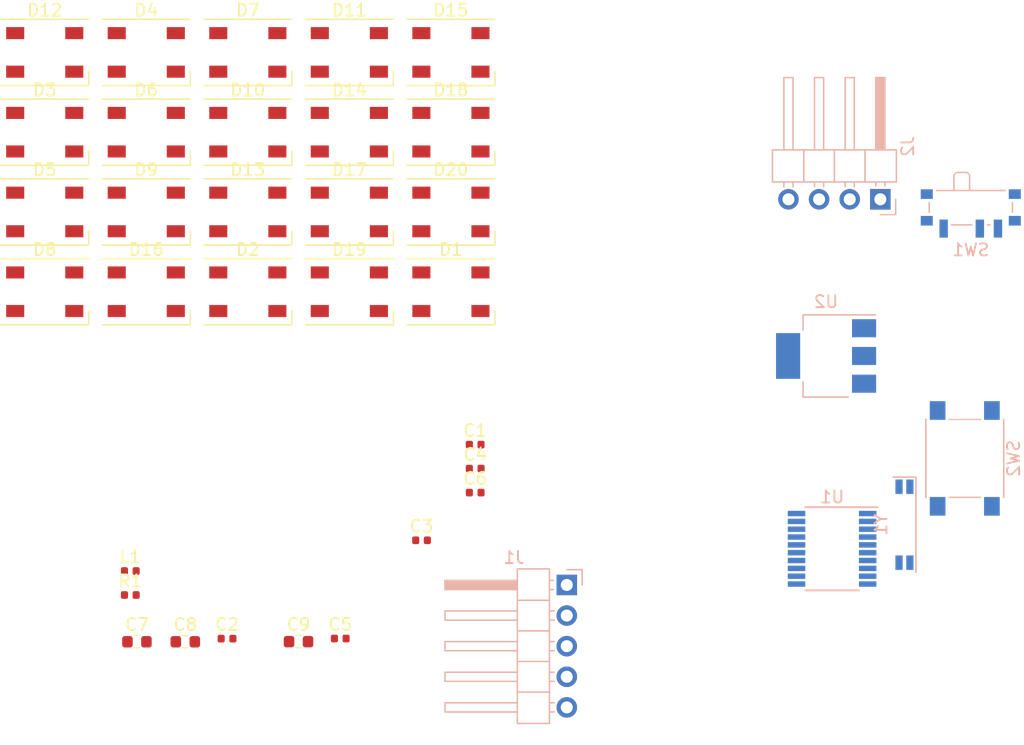
<source format=kicad_pcb>
(kicad_pcb (version 20171130) (host pcbnew 5.1.2)

  (general
    (thickness 1.6)
    (drawings 0)
    (tracks 0)
    (zones 0)
    (modules 38)
    (nets 45)
  )

  (page A4)
  (layers
    (0 F.Cu signal)
    (31 B.Cu signal)
    (32 B.Adhes user)
    (33 F.Adhes user)
    (34 B.Paste user)
    (35 F.Paste user)
    (36 B.SilkS user)
    (37 F.SilkS user)
    (38 B.Mask user)
    (39 F.Mask user)
    (40 Dwgs.User user)
    (41 Cmts.User user)
    (42 Eco1.User user)
    (43 Eco2.User user)
    (44 Edge.Cuts user)
    (45 Margin user)
    (46 B.CrtYd user)
    (47 F.CrtYd user)
    (48 B.Fab user)
    (49 F.Fab user)
  )

  (setup
    (last_trace_width 0.25)
    (trace_clearance 0.2)
    (zone_clearance 0.508)
    (zone_45_only no)
    (trace_min 0.2)
    (via_size 0.8)
    (via_drill 0.4)
    (via_min_size 0.4)
    (via_min_drill 0.3)
    (uvia_size 0.3)
    (uvia_drill 0.1)
    (uvias_allowed no)
    (uvia_min_size 0.2)
    (uvia_min_drill 0.1)
    (edge_width 0.05)
    (segment_width 0.2)
    (pcb_text_width 0.3)
    (pcb_text_size 1.5 1.5)
    (mod_edge_width 0.12)
    (mod_text_size 1 1)
    (mod_text_width 0.15)
    (pad_size 1.524 1.524)
    (pad_drill 0.762)
    (pad_to_mask_clearance 0.051)
    (solder_mask_min_width 0.25)
    (aux_axis_origin 0 0)
    (visible_elements FFFFFF7F)
    (pcbplotparams
      (layerselection 0x010fc_ffffffff)
      (usegerberextensions false)
      (usegerberattributes false)
      (usegerberadvancedattributes false)
      (creategerberjobfile false)
      (excludeedgelayer true)
      (linewidth 0.100000)
      (plotframeref false)
      (viasonmask false)
      (mode 1)
      (useauxorigin false)
      (hpglpennumber 1)
      (hpglpenspeed 20)
      (hpglpendiameter 15.000000)
      (psnegative false)
      (psa4output false)
      (plotreference true)
      (plotvalue true)
      (plotinvisibletext false)
      (padsonsilk false)
      (subtractmaskfromsilk false)
      (outputformat 1)
      (mirror false)
      (drillshape 1)
      (scaleselection 1)
      (outputdirectory ""))
  )

  (net 0 "")
  (net 1 GND)
  (net 2 "Net-(C1-Pad1)")
  (net 3 "Net-(C2-Pad1)")
  (net 4 "Net-(C3-Pad1)")
  (net 5 +3.3VA)
  (net 6 +3V3)
  (net 7 +5V)
  (net 8 "Net-(D1-Pad4)")
  (net 9 /digits/DATA_IN)
  (net 10 "Net-(D2-Pad4)")
  (net 11 "Net-(D19-Pad4)")
  (net 12 "Net-(D10-Pad1)")
  (net 13 "Net-(D3-Pad4)")
  (net 14 "Net-(D4-Pad4)")
  (net 15 "Net-(D5-Pad4)")
  (net 16 "Net-(D6-Pad4)")
  (net 17 "Net-(D7-Pad4)")
  (net 18 "Net-(D10-Pad2)")
  (net 19 "Net-(D11-Pad2)")
  (net 20 "Net-(D10-Pad4)")
  (net 21 "Net-(D11-Pad4)")
  (net 22 "Net-(D12-Pad4)")
  (net 23 "Net-(D13-Pad4)")
  (net 24 "Net-(D14-Pad4)")
  (net 25 "Net-(D15-Pad4)")
  (net 26 "Net-(D16-Pad4)")
  (net 27 "Net-(D17-Pad4)")
  (net 28 "Net-(D18-Pad4)")
  (net 29 /digits/DATA_OUT)
  (net 30 /CTS)
  (net 31 /TX)
  (net 32 /RX)
  (net 33 /RTS)
  (net 34 /SDA)
  (net 35 /SCL)
  (net 36 "Net-(R1-Pad2)")
  (net 37 "Net-(R1-Pad1)")
  (net 38 "Net-(U1-Pad20)")
  (net 39 "Net-(U1-Pad13)")
  (net 40 "Net-(U1-Pad11)")
  (net 41 "Net-(U1-Pad9)")
  (net 42 "Net-(U1-Pad8)")
  (net 43 "Net-(U1-Pad7)")
  (net 44 "Net-(U1-Pad6)")

  (net_class Default "Dies ist die voreingestellte Netzklasse."
    (clearance 0.2)
    (trace_width 0.25)
    (via_dia 0.8)
    (via_drill 0.4)
    (uvia_dia 0.3)
    (uvia_drill 0.1)
    (add_net +3.3VA)
    (add_net +3V3)
    (add_net +5V)
    (add_net /CTS)
    (add_net /RTS)
    (add_net /RX)
    (add_net /SCL)
    (add_net /SDA)
    (add_net /TX)
    (add_net /digits/DATA_IN)
    (add_net /digits/DATA_OUT)
    (add_net GND)
    (add_net "Net-(C1-Pad1)")
    (add_net "Net-(C2-Pad1)")
    (add_net "Net-(C3-Pad1)")
    (add_net "Net-(D1-Pad4)")
    (add_net "Net-(D10-Pad1)")
    (add_net "Net-(D10-Pad2)")
    (add_net "Net-(D10-Pad4)")
    (add_net "Net-(D11-Pad2)")
    (add_net "Net-(D11-Pad4)")
    (add_net "Net-(D12-Pad4)")
    (add_net "Net-(D13-Pad4)")
    (add_net "Net-(D14-Pad4)")
    (add_net "Net-(D15-Pad4)")
    (add_net "Net-(D16-Pad4)")
    (add_net "Net-(D17-Pad4)")
    (add_net "Net-(D18-Pad4)")
    (add_net "Net-(D19-Pad4)")
    (add_net "Net-(D2-Pad4)")
    (add_net "Net-(D3-Pad4)")
    (add_net "Net-(D4-Pad4)")
    (add_net "Net-(D5-Pad4)")
    (add_net "Net-(D6-Pad4)")
    (add_net "Net-(D7-Pad4)")
    (add_net "Net-(R1-Pad1)")
    (add_net "Net-(R1-Pad2)")
    (add_net "Net-(U1-Pad11)")
    (add_net "Net-(U1-Pad13)")
    (add_net "Net-(U1-Pad20)")
    (add_net "Net-(U1-Pad6)")
    (add_net "Net-(U1-Pad7)")
    (add_net "Net-(U1-Pad8)")
    (add_net "Net-(U1-Pad9)")
  )

  (module Crystal:Crystal_SMD_SeikoEpson_MC146-4Pin_6.7x1.5mm (layer B.Cu) (tedit 5A0FD1B2) (tstamp 5DE4BCE4)
    (at 75 42 270)
    (descr "SMD Crystal Seiko Epson MC-146 https://support.epson.biz/td/api/doc_check.php?dl=brief_MC-156_en.pdf, 6.7x1.5mm^2 package")
    (tags "SMD SMT crystal")
    (path /5DC8CECF)
    (attr smd)
    (fp_text reference Y1 (at 0 1.95 270) (layer B.SilkS)
      (effects (font (size 1 1) (thickness 0.15)) (justify mirror))
    )
    (fp_text value 32KHz (at 0 -1.95 270) (layer B.Fab)
      (effects (font (size 1 1) (thickness 0.15)) (justify mirror))
    )
    (fp_line (start 4 1) (end -4 1) (layer B.CrtYd) (width 0.05))
    (fp_line (start 4 -1) (end 4 1) (layer B.CrtYd) (width 0.05))
    (fp_line (start -4 -1) (end 4 -1) (layer B.CrtYd) (width 0.05))
    (fp_line (start -4 1) (end -4 -1) (layer B.CrtYd) (width 0.05))
    (fp_line (start -3.95 -0.95) (end 3.95 -0.95) (layer B.SilkS) (width 0.12))
    (fp_line (start -3.95 0.95) (end -3.95 -0.95) (layer B.SilkS) (width 0.12))
    (fp_line (start -2.85 0.75) (end -2.85 -0.75) (layer B.Fab) (width 0.1))
    (fp_line (start -3.35 0.35) (end -2.95 0.75) (layer B.Fab) (width 0.1))
    (fp_line (start -3.35 -0.35) (end -3.35 0.35) (layer B.Fab) (width 0.1))
    (fp_line (start -2.95 -0.75) (end -3.35 -0.35) (layer B.Fab) (width 0.1))
    (fp_line (start 2.95 -0.75) (end -2.95 -0.75) (layer B.Fab) (width 0.1))
    (fp_line (start 3.35 -0.35) (end 2.95 -0.75) (layer B.Fab) (width 0.1))
    (fp_line (start 3.35 0.35) (end 3.35 -0.35) (layer B.Fab) (width 0.1))
    (fp_line (start 2.95 0.75) (end 3.35 0.35) (layer B.Fab) (width 0.1))
    (fp_line (start -2.95 0.75) (end 2.95 0.75) (layer B.Fab) (width 0.1))
    (fp_text user %R (at 0 0 270) (layer B.Fab)
      (effects (font (size 1 1) (thickness 0.15)) (justify mirror))
    )
    (pad 4 smd rect (at -3.15 0.45 270) (size 1.2 0.6) (layers B.Cu B.Paste B.Mask))
    (pad 3 smd rect (at 3.15 0.45 270) (size 1.2 0.6) (layers B.Cu B.Paste B.Mask))
    (pad 2 smd rect (at 3.15 -0.45 270) (size 1.2 0.6) (layers B.Cu B.Paste B.Mask)
      (net 3 "Net-(C2-Pad1)"))
    (pad 1 smd rect (at -3.15 -0.45 270) (size 1.2 0.6) (layers B.Cu B.Paste B.Mask)
      (net 2 "Net-(C1-Pad1)"))
    (model ${KISYS3DMOD}/Crystal.3dshapes/Crystal_SMD_SeikoEpson_MC146-4Pin_6.7x1.5mm.wrl
      (at (xyz 0 0 0))
      (scale (xyz 1 1 1))
      (rotate (xyz 0 0 0))
    )
  )

  (module Button_Switch_SMD:SW_Push_1P1T_NO_6x6mm_H9.5mm (layer B.Cu) (tedit 5CA1CA7F) (tstamp 5DE44674)
    (at 80 36.5 90)
    (descr "tactile push button, 6x6mm e.g. PTS645xx series, height=9.5mm")
    (tags "tact sw push 6mm smd")
    (path /5DC9179C)
    (attr smd)
    (fp_text reference SW2 (at 0 4.05 90) (layer B.SilkS)
      (effects (font (size 1 1) (thickness 0.15)) (justify mirror))
    )
    (fp_text value SW_Push (at 0 -4.15 90) (layer B.Fab)
      (effects (font (size 1 1) (thickness 0.15)) (justify mirror))
    )
    (fp_circle (center 0 0) (end 1.75 0.05) (layer B.Fab) (width 0.1))
    (fp_line (start -3.23 -3.23) (end 3.23 -3.23) (layer B.SilkS) (width 0.12))
    (fp_line (start -3.23 1.3) (end -3.23 -1.3) (layer B.SilkS) (width 0.12))
    (fp_line (start -3.23 3.23) (end 3.23 3.23) (layer B.SilkS) (width 0.12))
    (fp_line (start 3.23 1.3) (end 3.23 -1.3) (layer B.SilkS) (width 0.12))
    (fp_line (start -3.23 3.2) (end -3.23 3.23) (layer B.SilkS) (width 0.12))
    (fp_line (start -3.23 -3.23) (end -3.23 -3.2) (layer B.SilkS) (width 0.12))
    (fp_line (start 3.23 -3.23) (end 3.23 -3.2) (layer B.SilkS) (width 0.12))
    (fp_line (start 3.23 3.23) (end 3.23 3.2) (layer B.SilkS) (width 0.12))
    (fp_line (start -5 3.25) (end 5 3.25) (layer B.CrtYd) (width 0.05))
    (fp_line (start -5 -3.25) (end 5 -3.25) (layer B.CrtYd) (width 0.05))
    (fp_line (start -5 3.25) (end -5 -3.25) (layer B.CrtYd) (width 0.05))
    (fp_line (start 5 -3.25) (end 5 3.25) (layer B.CrtYd) (width 0.05))
    (fp_line (start 3 3) (end -3 3) (layer B.Fab) (width 0.1))
    (fp_line (start 3 -3) (end 3 3) (layer B.Fab) (width 0.1))
    (fp_line (start -3 -3) (end 3 -3) (layer B.Fab) (width 0.1))
    (fp_line (start -3 3) (end -3 -3) (layer B.Fab) (width 0.1))
    (fp_text user %R (at 0 4.05 90) (layer B.Fab)
      (effects (font (size 1 1) (thickness 0.15)) (justify mirror))
    )
    (pad 2 smd rect (at 3.975 -2.25 90) (size 1.55 1.3) (layers B.Cu B.Paste B.Mask)
      (net 4 "Net-(C3-Pad1)"))
    (pad 1 smd rect (at 3.975 2.25 90) (size 1.55 1.3) (layers B.Cu B.Paste B.Mask)
      (net 1 GND))
    (pad 1 smd rect (at -3.975 2.25 90) (size 1.55 1.3) (layers B.Cu B.Paste B.Mask)
      (net 1 GND))
    (pad 2 smd rect (at -3.975 -2.25 90) (size 1.55 1.3) (layers B.Cu B.Paste B.Mask)
      (net 4 "Net-(C3-Pad1)"))
    (model ${KISYS3DMOD}/Button_Switch_SMD.3dshapes/SW_PUSH_6mm_H9.5mm.wrl
      (at (xyz 0 0 0))
      (scale (xyz 1 1 1))
      (rotate (xyz 0 0 0))
    )
  )

  (module Package_TO_SOT_SMD:SOT-223-3_TabPin2 (layer B.Cu) (tedit 5A02FF57) (tstamp 5DE4131B)
    (at 68.5 28 180)
    (descr "module CMS SOT223 4 pins")
    (tags "CMS SOT")
    (path /5DC94C79)
    (attr smd)
    (fp_text reference U2 (at 0 4.5) (layer B.SilkS)
      (effects (font (size 1 1) (thickness 0.15)) (justify mirror))
    )
    (fp_text value AP7361C-33E (at 0 -4.5) (layer B.Fab)
      (effects (font (size 1 1) (thickness 0.15)) (justify mirror))
    )
    (fp_line (start 1.85 3.35) (end 1.85 -3.35) (layer B.Fab) (width 0.1))
    (fp_line (start -1.85 -3.35) (end 1.85 -3.35) (layer B.Fab) (width 0.1))
    (fp_line (start -4.1 3.41) (end 1.91 3.41) (layer B.SilkS) (width 0.12))
    (fp_line (start -0.85 3.35) (end 1.85 3.35) (layer B.Fab) (width 0.1))
    (fp_line (start -1.85 -3.41) (end 1.91 -3.41) (layer B.SilkS) (width 0.12))
    (fp_line (start -1.85 2.35) (end -1.85 -3.35) (layer B.Fab) (width 0.1))
    (fp_line (start -1.85 2.35) (end -0.85 3.35) (layer B.Fab) (width 0.1))
    (fp_line (start -4.4 3.6) (end -4.4 -3.6) (layer B.CrtYd) (width 0.05))
    (fp_line (start -4.4 -3.6) (end 4.4 -3.6) (layer B.CrtYd) (width 0.05))
    (fp_line (start 4.4 -3.6) (end 4.4 3.6) (layer B.CrtYd) (width 0.05))
    (fp_line (start 4.4 3.6) (end -4.4 3.6) (layer B.CrtYd) (width 0.05))
    (fp_line (start 1.91 3.41) (end 1.91 2.15) (layer B.SilkS) (width 0.12))
    (fp_line (start 1.91 -3.41) (end 1.91 -2.15) (layer B.SilkS) (width 0.12))
    (fp_text user %R (at 0 0 270) (layer B.Fab)
      (effects (font (size 0.8 0.8) (thickness 0.12)) (justify mirror))
    )
    (pad 1 smd rect (at -3.15 2.3 180) (size 2 1.5) (layers B.Cu B.Paste B.Mask)
      (net 7 +5V))
    (pad 3 smd rect (at -3.15 -2.3 180) (size 2 1.5) (layers B.Cu B.Paste B.Mask)
      (net 6 +3V3))
    (pad 2 smd rect (at -3.15 0 180) (size 2 1.5) (layers B.Cu B.Paste B.Mask)
      (net 1 GND))
    (pad 2 smd rect (at 3.15 0 180) (size 2 3.8) (layers B.Cu B.Paste B.Mask)
      (net 1 GND))
    (model ${KISYS3DMOD}/Package_TO_SOT_SMD.3dshapes/SOT-223.wrl
      (at (xyz 0 0 0))
      (scale (xyz 1 1 1))
      (rotate (xyz 0 0 0))
    )
  )

  (module Package_SO:TSSOP-20_4.4x6.5mm_P0.65mm (layer B.Cu) (tedit 5A02F25C) (tstamp 5DE41211)
    (at 69 44 180)
    (descr "20-Lead Plastic Thin Shrink Small Outline (ST)-4.4 mm Body [TSSOP] (see Microchip Packaging Specification 00000049BS.pdf)")
    (tags "SSOP 0.65")
    (path /5DC768DE)
    (attr smd)
    (fp_text reference U1 (at 0 4.3) (layer B.SilkS)
      (effects (font (size 1 1) (thickness 0.15)) (justify mirror))
    )
    (fp_text value STM32L011F4Px (at 0 -4.3) (layer B.Fab)
      (effects (font (size 1 1) (thickness 0.15)) (justify mirror))
    )
    (fp_text user %R (at 0 0) (layer B.Fab)
      (effects (font (size 0.8 0.8) (thickness 0.15)) (justify mirror))
    )
    (fp_line (start -3.75 3.45) (end 2.225 3.45) (layer B.SilkS) (width 0.15))
    (fp_line (start -2.225 -3.45) (end 2.225 -3.45) (layer B.SilkS) (width 0.15))
    (fp_line (start -3.95 -3.55) (end 3.95 -3.55) (layer B.CrtYd) (width 0.05))
    (fp_line (start -3.95 3.55) (end 3.95 3.55) (layer B.CrtYd) (width 0.05))
    (fp_line (start 3.95 3.55) (end 3.95 -3.55) (layer B.CrtYd) (width 0.05))
    (fp_line (start -3.95 3.55) (end -3.95 -3.55) (layer B.CrtYd) (width 0.05))
    (fp_line (start -2.2 2.25) (end -1.2 3.25) (layer B.Fab) (width 0.15))
    (fp_line (start -2.2 -3.25) (end -2.2 2.25) (layer B.Fab) (width 0.15))
    (fp_line (start 2.2 -3.25) (end -2.2 -3.25) (layer B.Fab) (width 0.15))
    (fp_line (start 2.2 3.25) (end 2.2 -3.25) (layer B.Fab) (width 0.15))
    (fp_line (start -1.2 3.25) (end 2.2 3.25) (layer B.Fab) (width 0.15))
    (pad 20 smd rect (at 2.95 2.925 180) (size 1.45 0.45) (layers B.Cu B.Paste B.Mask)
      (net 38 "Net-(U1-Pad20)"))
    (pad 19 smd rect (at 2.95 2.275 180) (size 1.45 0.45) (layers B.Cu B.Paste B.Mask)
      (net 34 /SDA))
    (pad 18 smd rect (at 2.95 1.625 180) (size 1.45 0.45) (layers B.Cu B.Paste B.Mask)
      (net 32 /RX))
    (pad 17 smd rect (at 2.95 0.975 180) (size 1.45 0.45) (layers B.Cu B.Paste B.Mask)
      (net 31 /TX))
    (pad 16 smd rect (at 2.95 0.325 180) (size 1.45 0.45) (layers B.Cu B.Paste B.Mask)
      (net 5 +3.3VA))
    (pad 15 smd rect (at 2.95 -0.325 180) (size 1.45 0.45) (layers B.Cu B.Paste B.Mask)
      (net 1 GND))
    (pad 14 smd rect (at 2.95 -0.975 180) (size 1.45 0.45) (layers B.Cu B.Paste B.Mask)
      (net 33 /RTS))
    (pad 13 smd rect (at 2.95 -1.625 180) (size 1.45 0.45) (layers B.Cu B.Paste B.Mask)
      (net 39 "Net-(U1-Pad13)"))
    (pad 12 smd rect (at 2.95 -2.275 180) (size 1.45 0.45) (layers B.Cu B.Paste B.Mask)
      (net 30 /CTS))
    (pad 11 smd rect (at 2.95 -2.925 180) (size 1.45 0.45) (layers B.Cu B.Paste B.Mask)
      (net 40 "Net-(U1-Pad11)"))
    (pad 10 smd rect (at -2.95 -2.925 180) (size 1.45 0.45) (layers B.Cu B.Paste B.Mask)
      (net 35 /SCL))
    (pad 9 smd rect (at -2.95 -2.275 180) (size 1.45 0.45) (layers B.Cu B.Paste B.Mask)
      (net 41 "Net-(U1-Pad9)"))
    (pad 8 smd rect (at -2.95 -1.625 180) (size 1.45 0.45) (layers B.Cu B.Paste B.Mask)
      (net 42 "Net-(U1-Pad8)"))
    (pad 7 smd rect (at -2.95 -0.975 180) (size 1.45 0.45) (layers B.Cu B.Paste B.Mask)
      (net 43 "Net-(U1-Pad7)"))
    (pad 6 smd rect (at -2.95 -0.325 180) (size 1.45 0.45) (layers B.Cu B.Paste B.Mask)
      (net 44 "Net-(U1-Pad6)"))
    (pad 5 smd rect (at -2.95 0.325 180) (size 1.45 0.45) (layers B.Cu B.Paste B.Mask)
      (net 6 +3V3))
    (pad 4 smd rect (at -2.95 0.975 180) (size 1.45 0.45) (layers B.Cu B.Paste B.Mask)
      (net 4 "Net-(C3-Pad1)"))
    (pad 3 smd rect (at -2.95 1.625 180) (size 1.45 0.45) (layers B.Cu B.Paste B.Mask)
      (net 3 "Net-(C2-Pad1)"))
    (pad 2 smd rect (at -2.95 2.275 180) (size 1.45 0.45) (layers B.Cu B.Paste B.Mask)
      (net 2 "Net-(C1-Pad1)"))
    (pad 1 smd rect (at -2.95 2.925 180) (size 1.45 0.45) (layers B.Cu B.Paste B.Mask)
      (net 37 "Net-(R1-Pad1)"))
    (model ${KISYS3DMOD}/Package_SO.3dshapes/TSSOP-20_4.4x6.5mm_P0.65mm.wrl
      (at (xyz 0 0 0))
      (scale (xyz 1 1 1))
      (rotate (xyz 0 0 0))
    )
  )

  (module Button_Switch_SMD:SW_SPDT_PCM12 (layer B.Cu) (tedit 5A02FC95) (tstamp 5DE40F85)
    (at 80.5 16)
    (descr "Ultraminiature Surface Mount Slide Switch")
    (path /5DC7C576)
    (attr smd)
    (fp_text reference SW1 (at 0 3.2) (layer B.SilkS)
      (effects (font (size 1 1) (thickness 0.15)) (justify mirror))
    )
    (fp_text value SW_SPDT (at 0 -4.25) (layer B.Fab)
      (effects (font (size 1 1) (thickness 0.15)) (justify mirror))
    )
    (fp_line (start 3.45 -0.72) (end 3.45 0.07) (layer B.SilkS) (width 0.12))
    (fp_line (start -3.45 0.07) (end -3.45 -0.72) (layer B.SilkS) (width 0.12))
    (fp_line (start -1.6 1.12) (end 0.1 1.12) (layer B.SilkS) (width 0.12))
    (fp_line (start -2.85 -1.73) (end 2.85 -1.73) (layer B.SilkS) (width 0.12))
    (fp_line (start -0.1 -3.02) (end -0.1 -1.73) (layer B.SilkS) (width 0.12))
    (fp_line (start -1.2 -3.23) (end -0.3 -3.23) (layer B.SilkS) (width 0.12))
    (fp_line (start -1.4 -1.73) (end -1.4 -3.02) (layer B.SilkS) (width 0.12))
    (fp_line (start -0.1 -3.02) (end -0.3 -3.23) (layer B.SilkS) (width 0.12))
    (fp_line (start -1.4 -3.02) (end -1.2 -3.23) (layer B.SilkS) (width 0.12))
    (fp_line (start -4.4 -2.1) (end -4.4 2.45) (layer B.CrtYd) (width 0.05))
    (fp_line (start -1.65 -2.1) (end -4.4 -2.1) (layer B.CrtYd) (width 0.05))
    (fp_line (start -1.65 -3.4) (end -1.65 -2.1) (layer B.CrtYd) (width 0.05))
    (fp_line (start 1.65 -3.4) (end -1.65 -3.4) (layer B.CrtYd) (width 0.05))
    (fp_line (start 1.65 -2.1) (end 1.65 -3.4) (layer B.CrtYd) (width 0.05))
    (fp_line (start 4.4 -2.1) (end 1.65 -2.1) (layer B.CrtYd) (width 0.05))
    (fp_line (start 4.4 2.45) (end 4.4 -2.1) (layer B.CrtYd) (width 0.05))
    (fp_line (start -4.4 2.45) (end 4.4 2.45) (layer B.CrtYd) (width 0.05))
    (fp_line (start 1.4 1.12) (end 1.6 1.12) (layer B.SilkS) (width 0.12))
    (fp_line (start 3.35 1) (end -3.35 1) (layer B.Fab) (width 0.1))
    (fp_line (start 3.35 -1.6) (end 3.35 1) (layer B.Fab) (width 0.1))
    (fp_line (start -3.35 -1.6) (end 3.35 -1.6) (layer B.Fab) (width 0.1))
    (fp_line (start -3.35 1) (end -3.35 -1.6) (layer B.Fab) (width 0.1))
    (fp_line (start -0.1 -2.9) (end -0.1 -1.6) (layer B.Fab) (width 0.1))
    (fp_line (start -0.15 -2.95) (end -0.1 -2.9) (layer B.Fab) (width 0.1))
    (fp_line (start -0.35 -3.15) (end -0.15 -2.95) (layer B.Fab) (width 0.1))
    (fp_line (start -1.2 -3.15) (end -0.35 -3.15) (layer B.Fab) (width 0.1))
    (fp_line (start -1.4 -2.95) (end -1.2 -3.15) (layer B.Fab) (width 0.1))
    (fp_line (start -1.4 -1.65) (end -1.4 -2.95) (layer B.Fab) (width 0.1))
    (fp_text user %R (at 0 3.2) (layer B.Fab)
      (effects (font (size 1 1) (thickness 0.15)) (justify mirror))
    )
    (pad "" smd rect (at -3.65 0.78) (size 1 0.8) (layers B.Cu B.Paste B.Mask))
    (pad "" smd rect (at 3.65 0.78) (size 1 0.8) (layers B.Cu B.Paste B.Mask))
    (pad "" smd rect (at 3.65 -1.43) (size 1 0.8) (layers B.Cu B.Paste B.Mask))
    (pad "" smd rect (at -3.65 -1.43) (size 1 0.8) (layers B.Cu B.Paste B.Mask))
    (pad 3 smd rect (at 2.25 1.43) (size 0.7 1.5) (layers B.Cu B.Paste B.Mask)
      (net 1 GND))
    (pad 2 smd rect (at 0.75 1.43) (size 0.7 1.5) (layers B.Cu B.Paste B.Mask)
      (net 36 "Net-(R1-Pad2)"))
    (pad 1 smd rect (at -2.25 1.43) (size 0.7 1.5) (layers B.Cu B.Paste B.Mask)
      (net 6 +3V3))
    (pad "" np_thru_hole circle (at 1.5 -0.33) (size 0.9 0.9) (drill 0.9) (layers *.Cu *.Mask))
    (pad "" np_thru_hole circle (at -1.5 -0.33) (size 0.9 0.9) (drill 0.9) (layers *.Cu *.Mask))
    (model ${KISYS3DMOD}/Button_Switch_SMD.3dshapes/SW_SPDT_PCM12.wrl
      (at (xyz 0 0 0))
      (scale (xyz 1 1 1))
      (rotate (xyz 0 0 0))
    )
  )

  (module Resistor_SMD:R_0402_1005Metric (layer F.Cu) (tedit 5B301BBD) (tstamp 5DE40E45)
    (at 10.805001 47.835001)
    (descr "Resistor SMD 0402 (1005 Metric), square (rectangular) end terminal, IPC_7351 nominal, (Body size source: http://www.tortai-tech.com/upload/download/2011102023233369053.pdf), generated with kicad-footprint-generator")
    (tags resistor)
    (path /5DC806BB)
    (attr smd)
    (fp_text reference R1 (at 0 -1.17) (layer F.SilkS)
      (effects (font (size 1 1) (thickness 0.15)))
    )
    (fp_text value 10k (at 0 1.17) (layer F.Fab)
      (effects (font (size 1 1) (thickness 0.15)))
    )
    (fp_text user %R (at 0 0) (layer F.Fab)
      (effects (font (size 0.25 0.25) (thickness 0.04)))
    )
    (fp_line (start 0.93 0.47) (end -0.93 0.47) (layer F.CrtYd) (width 0.05))
    (fp_line (start 0.93 -0.47) (end 0.93 0.47) (layer F.CrtYd) (width 0.05))
    (fp_line (start -0.93 -0.47) (end 0.93 -0.47) (layer F.CrtYd) (width 0.05))
    (fp_line (start -0.93 0.47) (end -0.93 -0.47) (layer F.CrtYd) (width 0.05))
    (fp_line (start 0.5 0.25) (end -0.5 0.25) (layer F.Fab) (width 0.1))
    (fp_line (start 0.5 -0.25) (end 0.5 0.25) (layer F.Fab) (width 0.1))
    (fp_line (start -0.5 -0.25) (end 0.5 -0.25) (layer F.Fab) (width 0.1))
    (fp_line (start -0.5 0.25) (end -0.5 -0.25) (layer F.Fab) (width 0.1))
    (pad 2 smd roundrect (at 0.485 0) (size 0.59 0.64) (layers F.Cu F.Paste F.Mask) (roundrect_rratio 0.25)
      (net 36 "Net-(R1-Pad2)"))
    (pad 1 smd roundrect (at -0.485 0) (size 0.59 0.64) (layers F.Cu F.Paste F.Mask) (roundrect_rratio 0.25)
      (net 37 "Net-(R1-Pad1)"))
    (model ${KISYS3DMOD}/Resistor_SMD.3dshapes/R_0402_1005Metric.wrl
      (at (xyz 0 0 0))
      (scale (xyz 1 1 1))
      (rotate (xyz 0 0 0))
    )
  )

  (module Inductor_SMD:L_0402_1005Metric (layer F.Cu) (tedit 5B301BBE) (tstamp 5DE40DBC)
    (at 10.805001 45.845001)
    (descr "Inductor SMD 0402 (1005 Metric), square (rectangular) end terminal, IPC_7351 nominal, (Body size source: http://www.tortai-tech.com/upload/download/2011102023233369053.pdf), generated with kicad-footprint-generator")
    (tags inductor)
    (path /5DC87DBA)
    (attr smd)
    (fp_text reference L1 (at 0 -1.17) (layer F.SilkS)
      (effects (font (size 1 1) (thickness 0.15)))
    )
    (fp_text value L (at 0 1.17) (layer F.Fab)
      (effects (font (size 1 1) (thickness 0.15)))
    )
    (fp_text user %R (at 0 0) (layer F.Fab)
      (effects (font (size 0.25 0.25) (thickness 0.04)))
    )
    (fp_line (start 0.93 0.47) (end -0.93 0.47) (layer F.CrtYd) (width 0.05))
    (fp_line (start 0.93 -0.47) (end 0.93 0.47) (layer F.CrtYd) (width 0.05))
    (fp_line (start -0.93 -0.47) (end 0.93 -0.47) (layer F.CrtYd) (width 0.05))
    (fp_line (start -0.93 0.47) (end -0.93 -0.47) (layer F.CrtYd) (width 0.05))
    (fp_line (start 0.5 0.25) (end -0.5 0.25) (layer F.Fab) (width 0.1))
    (fp_line (start 0.5 -0.25) (end 0.5 0.25) (layer F.Fab) (width 0.1))
    (fp_line (start -0.5 -0.25) (end 0.5 -0.25) (layer F.Fab) (width 0.1))
    (fp_line (start -0.5 0.25) (end -0.5 -0.25) (layer F.Fab) (width 0.1))
    (pad 2 smd roundrect (at 0.485 0) (size 0.59 0.64) (layers F.Cu F.Paste F.Mask) (roundrect_rratio 0.25)
      (net 6 +3V3))
    (pad 1 smd roundrect (at -0.485 0) (size 0.59 0.64) (layers F.Cu F.Paste F.Mask) (roundrect_rratio 0.25)
      (net 5 +3.3VA))
    (model ${KISYS3DMOD}/Inductor_SMD.3dshapes/L_0402_1005Metric.wrl
      (at (xyz 0 0 0))
      (scale (xyz 1 1 1))
      (rotate (xyz 0 0 0))
    )
  )

  (module Connector_PinHeader_2.54mm:PinHeader_1x04_P2.54mm_Horizontal (layer B.Cu) (tedit 59FED5CB) (tstamp 5DE42B93)
    (at 73 15 90)
    (descr "Through hole angled pin header, 1x04, 2.54mm pitch, 6mm pin length, single row")
    (tags "Through hole angled pin header THT 1x04 2.54mm single row")
    (path /5DE27D2E)
    (fp_text reference J2 (at 4.385 2.27 270) (layer B.SilkS)
      (effects (font (size 1 1) (thickness 0.15)) (justify mirror))
    )
    (fp_text value Conn_01x04_Male (at 4.385 -9.89 270) (layer B.Fab)
      (effects (font (size 1 1) (thickness 0.15)) (justify mirror))
    )
    (fp_text user %R (at 2.77 -3.81) (layer B.Fab)
      (effects (font (size 1 1) (thickness 0.15)) (justify mirror))
    )
    (fp_line (start 10.55 1.8) (end -1.8 1.8) (layer B.CrtYd) (width 0.05))
    (fp_line (start 10.55 -9.4) (end 10.55 1.8) (layer B.CrtYd) (width 0.05))
    (fp_line (start -1.8 -9.4) (end 10.55 -9.4) (layer B.CrtYd) (width 0.05))
    (fp_line (start -1.8 1.8) (end -1.8 -9.4) (layer B.CrtYd) (width 0.05))
    (fp_line (start -1.27 1.27) (end 0 1.27) (layer B.SilkS) (width 0.12))
    (fp_line (start -1.27 0) (end -1.27 1.27) (layer B.SilkS) (width 0.12))
    (fp_line (start 1.042929 -8) (end 1.44 -8) (layer B.SilkS) (width 0.12))
    (fp_line (start 1.042929 -7.24) (end 1.44 -7.24) (layer B.SilkS) (width 0.12))
    (fp_line (start 10.1 -8) (end 4.1 -8) (layer B.SilkS) (width 0.12))
    (fp_line (start 10.1 -7.24) (end 10.1 -8) (layer B.SilkS) (width 0.12))
    (fp_line (start 4.1 -7.24) (end 10.1 -7.24) (layer B.SilkS) (width 0.12))
    (fp_line (start 1.44 -6.35) (end 4.1 -6.35) (layer B.SilkS) (width 0.12))
    (fp_line (start 1.042929 -5.46) (end 1.44 -5.46) (layer B.SilkS) (width 0.12))
    (fp_line (start 1.042929 -4.7) (end 1.44 -4.7) (layer B.SilkS) (width 0.12))
    (fp_line (start 10.1 -5.46) (end 4.1 -5.46) (layer B.SilkS) (width 0.12))
    (fp_line (start 10.1 -4.7) (end 10.1 -5.46) (layer B.SilkS) (width 0.12))
    (fp_line (start 4.1 -4.7) (end 10.1 -4.7) (layer B.SilkS) (width 0.12))
    (fp_line (start 1.44 -3.81) (end 4.1 -3.81) (layer B.SilkS) (width 0.12))
    (fp_line (start 1.042929 -2.92) (end 1.44 -2.92) (layer B.SilkS) (width 0.12))
    (fp_line (start 1.042929 -2.16) (end 1.44 -2.16) (layer B.SilkS) (width 0.12))
    (fp_line (start 10.1 -2.92) (end 4.1 -2.92) (layer B.SilkS) (width 0.12))
    (fp_line (start 10.1 -2.16) (end 10.1 -2.92) (layer B.SilkS) (width 0.12))
    (fp_line (start 4.1 -2.16) (end 10.1 -2.16) (layer B.SilkS) (width 0.12))
    (fp_line (start 1.44 -1.27) (end 4.1 -1.27) (layer B.SilkS) (width 0.12))
    (fp_line (start 1.11 -0.38) (end 1.44 -0.38) (layer B.SilkS) (width 0.12))
    (fp_line (start 1.11 0.38) (end 1.44 0.38) (layer B.SilkS) (width 0.12))
    (fp_line (start 4.1 -0.28) (end 10.1 -0.28) (layer B.SilkS) (width 0.12))
    (fp_line (start 4.1 -0.16) (end 10.1 -0.16) (layer B.SilkS) (width 0.12))
    (fp_line (start 4.1 -0.04) (end 10.1 -0.04) (layer B.SilkS) (width 0.12))
    (fp_line (start 4.1 0.08) (end 10.1 0.08) (layer B.SilkS) (width 0.12))
    (fp_line (start 4.1 0.2) (end 10.1 0.2) (layer B.SilkS) (width 0.12))
    (fp_line (start 4.1 0.32) (end 10.1 0.32) (layer B.SilkS) (width 0.12))
    (fp_line (start 10.1 -0.38) (end 4.1 -0.38) (layer B.SilkS) (width 0.12))
    (fp_line (start 10.1 0.38) (end 10.1 -0.38) (layer B.SilkS) (width 0.12))
    (fp_line (start 4.1 0.38) (end 10.1 0.38) (layer B.SilkS) (width 0.12))
    (fp_line (start 4.1 1.33) (end 1.44 1.33) (layer B.SilkS) (width 0.12))
    (fp_line (start 4.1 -8.95) (end 4.1 1.33) (layer B.SilkS) (width 0.12))
    (fp_line (start 1.44 -8.95) (end 4.1 -8.95) (layer B.SilkS) (width 0.12))
    (fp_line (start 1.44 1.33) (end 1.44 -8.95) (layer B.SilkS) (width 0.12))
    (fp_line (start 4.04 -7.94) (end 10.04 -7.94) (layer B.Fab) (width 0.1))
    (fp_line (start 10.04 -7.3) (end 10.04 -7.94) (layer B.Fab) (width 0.1))
    (fp_line (start 4.04 -7.3) (end 10.04 -7.3) (layer B.Fab) (width 0.1))
    (fp_line (start -0.32 -7.94) (end 1.5 -7.94) (layer B.Fab) (width 0.1))
    (fp_line (start -0.32 -7.3) (end -0.32 -7.94) (layer B.Fab) (width 0.1))
    (fp_line (start -0.32 -7.3) (end 1.5 -7.3) (layer B.Fab) (width 0.1))
    (fp_line (start 4.04 -5.4) (end 10.04 -5.4) (layer B.Fab) (width 0.1))
    (fp_line (start 10.04 -4.76) (end 10.04 -5.4) (layer B.Fab) (width 0.1))
    (fp_line (start 4.04 -4.76) (end 10.04 -4.76) (layer B.Fab) (width 0.1))
    (fp_line (start -0.32 -5.4) (end 1.5 -5.4) (layer B.Fab) (width 0.1))
    (fp_line (start -0.32 -4.76) (end -0.32 -5.4) (layer B.Fab) (width 0.1))
    (fp_line (start -0.32 -4.76) (end 1.5 -4.76) (layer B.Fab) (width 0.1))
    (fp_line (start 4.04 -2.86) (end 10.04 -2.86) (layer B.Fab) (width 0.1))
    (fp_line (start 10.04 -2.22) (end 10.04 -2.86) (layer B.Fab) (width 0.1))
    (fp_line (start 4.04 -2.22) (end 10.04 -2.22) (layer B.Fab) (width 0.1))
    (fp_line (start -0.32 -2.86) (end 1.5 -2.86) (layer B.Fab) (width 0.1))
    (fp_line (start -0.32 -2.22) (end -0.32 -2.86) (layer B.Fab) (width 0.1))
    (fp_line (start -0.32 -2.22) (end 1.5 -2.22) (layer B.Fab) (width 0.1))
    (fp_line (start 4.04 -0.32) (end 10.04 -0.32) (layer B.Fab) (width 0.1))
    (fp_line (start 10.04 0.32) (end 10.04 -0.32) (layer B.Fab) (width 0.1))
    (fp_line (start 4.04 0.32) (end 10.04 0.32) (layer B.Fab) (width 0.1))
    (fp_line (start -0.32 -0.32) (end 1.5 -0.32) (layer B.Fab) (width 0.1))
    (fp_line (start -0.32 0.32) (end -0.32 -0.32) (layer B.Fab) (width 0.1))
    (fp_line (start -0.32 0.32) (end 1.5 0.32) (layer B.Fab) (width 0.1))
    (fp_line (start 1.5 0.635) (end 2.135 1.27) (layer B.Fab) (width 0.1))
    (fp_line (start 1.5 -8.89) (end 1.5 0.635) (layer B.Fab) (width 0.1))
    (fp_line (start 4.04 -8.89) (end 1.5 -8.89) (layer B.Fab) (width 0.1))
    (fp_line (start 4.04 1.27) (end 4.04 -8.89) (layer B.Fab) (width 0.1))
    (fp_line (start 2.135 1.27) (end 4.04 1.27) (layer B.Fab) (width 0.1))
    (pad 4 thru_hole oval (at 0 -7.62 90) (size 1.7 1.7) (drill 1) (layers *.Cu *.Mask)
      (net 1 GND))
    (pad 3 thru_hole oval (at 0 -5.08 90) (size 1.7 1.7) (drill 1) (layers *.Cu *.Mask)
      (net 34 /SDA))
    (pad 2 thru_hole oval (at 0 -2.54 90) (size 1.7 1.7) (drill 1) (layers *.Cu *.Mask)
      (net 35 /SCL))
    (pad 1 thru_hole rect (at 0 0 90) (size 1.7 1.7) (drill 1) (layers *.Cu *.Mask)
      (net 7 +5V))
    (model ${KISYS3DMOD}/Connector_PinHeader_2.54mm.3dshapes/PinHeader_1x04_P2.54mm_Horizontal.wrl
      (at (xyz 0 0 0))
      (scale (xyz 1 1 1))
      (rotate (xyz 0 0 0))
    )
  )

  (module Connector_PinHeader_2.54mm:PinHeader_1x05_P2.54mm_Horizontal (layer B.Cu) (tedit 59FED5CB) (tstamp 5DE409D4)
    (at 47 47 180)
    (descr "Through hole angled pin header, 1x05, 2.54mm pitch, 6mm pin length, single row")
    (tags "Through hole angled pin header THT 1x05 2.54mm single row")
    (path /5DCAFFC9)
    (fp_text reference J1 (at 4.385 2.27) (layer B.SilkS)
      (effects (font (size 1 1) (thickness 0.15)) (justify mirror))
    )
    (fp_text value Conn_01x05_Male (at 4.385 -12.43) (layer B.Fab)
      (effects (font (size 1 1) (thickness 0.15)) (justify mirror))
    )
    (fp_text user %R (at 2.77 -5.08 270) (layer B.Fab)
      (effects (font (size 1 1) (thickness 0.15)) (justify mirror))
    )
    (fp_line (start 10.55 1.8) (end -1.8 1.8) (layer B.CrtYd) (width 0.05))
    (fp_line (start 10.55 -11.95) (end 10.55 1.8) (layer B.CrtYd) (width 0.05))
    (fp_line (start -1.8 -11.95) (end 10.55 -11.95) (layer B.CrtYd) (width 0.05))
    (fp_line (start -1.8 1.8) (end -1.8 -11.95) (layer B.CrtYd) (width 0.05))
    (fp_line (start -1.27 1.27) (end 0 1.27) (layer B.SilkS) (width 0.12))
    (fp_line (start -1.27 0) (end -1.27 1.27) (layer B.SilkS) (width 0.12))
    (fp_line (start 1.042929 -10.54) (end 1.44 -10.54) (layer B.SilkS) (width 0.12))
    (fp_line (start 1.042929 -9.78) (end 1.44 -9.78) (layer B.SilkS) (width 0.12))
    (fp_line (start 10.1 -10.54) (end 4.1 -10.54) (layer B.SilkS) (width 0.12))
    (fp_line (start 10.1 -9.78) (end 10.1 -10.54) (layer B.SilkS) (width 0.12))
    (fp_line (start 4.1 -9.78) (end 10.1 -9.78) (layer B.SilkS) (width 0.12))
    (fp_line (start 1.44 -8.89) (end 4.1 -8.89) (layer B.SilkS) (width 0.12))
    (fp_line (start 1.042929 -8) (end 1.44 -8) (layer B.SilkS) (width 0.12))
    (fp_line (start 1.042929 -7.24) (end 1.44 -7.24) (layer B.SilkS) (width 0.12))
    (fp_line (start 10.1 -8) (end 4.1 -8) (layer B.SilkS) (width 0.12))
    (fp_line (start 10.1 -7.24) (end 10.1 -8) (layer B.SilkS) (width 0.12))
    (fp_line (start 4.1 -7.24) (end 10.1 -7.24) (layer B.SilkS) (width 0.12))
    (fp_line (start 1.44 -6.35) (end 4.1 -6.35) (layer B.SilkS) (width 0.12))
    (fp_line (start 1.042929 -5.46) (end 1.44 -5.46) (layer B.SilkS) (width 0.12))
    (fp_line (start 1.042929 -4.7) (end 1.44 -4.7) (layer B.SilkS) (width 0.12))
    (fp_line (start 10.1 -5.46) (end 4.1 -5.46) (layer B.SilkS) (width 0.12))
    (fp_line (start 10.1 -4.7) (end 10.1 -5.46) (layer B.SilkS) (width 0.12))
    (fp_line (start 4.1 -4.7) (end 10.1 -4.7) (layer B.SilkS) (width 0.12))
    (fp_line (start 1.44 -3.81) (end 4.1 -3.81) (layer B.SilkS) (width 0.12))
    (fp_line (start 1.042929 -2.92) (end 1.44 -2.92) (layer B.SilkS) (width 0.12))
    (fp_line (start 1.042929 -2.16) (end 1.44 -2.16) (layer B.SilkS) (width 0.12))
    (fp_line (start 10.1 -2.92) (end 4.1 -2.92) (layer B.SilkS) (width 0.12))
    (fp_line (start 10.1 -2.16) (end 10.1 -2.92) (layer B.SilkS) (width 0.12))
    (fp_line (start 4.1 -2.16) (end 10.1 -2.16) (layer B.SilkS) (width 0.12))
    (fp_line (start 1.44 -1.27) (end 4.1 -1.27) (layer B.SilkS) (width 0.12))
    (fp_line (start 1.11 -0.38) (end 1.44 -0.38) (layer B.SilkS) (width 0.12))
    (fp_line (start 1.11 0.38) (end 1.44 0.38) (layer B.SilkS) (width 0.12))
    (fp_line (start 4.1 -0.28) (end 10.1 -0.28) (layer B.SilkS) (width 0.12))
    (fp_line (start 4.1 -0.16) (end 10.1 -0.16) (layer B.SilkS) (width 0.12))
    (fp_line (start 4.1 -0.04) (end 10.1 -0.04) (layer B.SilkS) (width 0.12))
    (fp_line (start 4.1 0.08) (end 10.1 0.08) (layer B.SilkS) (width 0.12))
    (fp_line (start 4.1 0.2) (end 10.1 0.2) (layer B.SilkS) (width 0.12))
    (fp_line (start 4.1 0.32) (end 10.1 0.32) (layer B.SilkS) (width 0.12))
    (fp_line (start 10.1 -0.38) (end 4.1 -0.38) (layer B.SilkS) (width 0.12))
    (fp_line (start 10.1 0.38) (end 10.1 -0.38) (layer B.SilkS) (width 0.12))
    (fp_line (start 4.1 0.38) (end 10.1 0.38) (layer B.SilkS) (width 0.12))
    (fp_line (start 4.1 1.33) (end 1.44 1.33) (layer B.SilkS) (width 0.12))
    (fp_line (start 4.1 -11.49) (end 4.1 1.33) (layer B.SilkS) (width 0.12))
    (fp_line (start 1.44 -11.49) (end 4.1 -11.49) (layer B.SilkS) (width 0.12))
    (fp_line (start 1.44 1.33) (end 1.44 -11.49) (layer B.SilkS) (width 0.12))
    (fp_line (start 4.04 -10.48) (end 10.04 -10.48) (layer B.Fab) (width 0.1))
    (fp_line (start 10.04 -9.84) (end 10.04 -10.48) (layer B.Fab) (width 0.1))
    (fp_line (start 4.04 -9.84) (end 10.04 -9.84) (layer B.Fab) (width 0.1))
    (fp_line (start -0.32 -10.48) (end 1.5 -10.48) (layer B.Fab) (width 0.1))
    (fp_line (start -0.32 -9.84) (end -0.32 -10.48) (layer B.Fab) (width 0.1))
    (fp_line (start -0.32 -9.84) (end 1.5 -9.84) (layer B.Fab) (width 0.1))
    (fp_line (start 4.04 -7.94) (end 10.04 -7.94) (layer B.Fab) (width 0.1))
    (fp_line (start 10.04 -7.3) (end 10.04 -7.94) (layer B.Fab) (width 0.1))
    (fp_line (start 4.04 -7.3) (end 10.04 -7.3) (layer B.Fab) (width 0.1))
    (fp_line (start -0.32 -7.94) (end 1.5 -7.94) (layer B.Fab) (width 0.1))
    (fp_line (start -0.32 -7.3) (end -0.32 -7.94) (layer B.Fab) (width 0.1))
    (fp_line (start -0.32 -7.3) (end 1.5 -7.3) (layer B.Fab) (width 0.1))
    (fp_line (start 4.04 -5.4) (end 10.04 -5.4) (layer B.Fab) (width 0.1))
    (fp_line (start 10.04 -4.76) (end 10.04 -5.4) (layer B.Fab) (width 0.1))
    (fp_line (start 4.04 -4.76) (end 10.04 -4.76) (layer B.Fab) (width 0.1))
    (fp_line (start -0.32 -5.4) (end 1.5 -5.4) (layer B.Fab) (width 0.1))
    (fp_line (start -0.32 -4.76) (end -0.32 -5.4) (layer B.Fab) (width 0.1))
    (fp_line (start -0.32 -4.76) (end 1.5 -4.76) (layer B.Fab) (width 0.1))
    (fp_line (start 4.04 -2.86) (end 10.04 -2.86) (layer B.Fab) (width 0.1))
    (fp_line (start 10.04 -2.22) (end 10.04 -2.86) (layer B.Fab) (width 0.1))
    (fp_line (start 4.04 -2.22) (end 10.04 -2.22) (layer B.Fab) (width 0.1))
    (fp_line (start -0.32 -2.86) (end 1.5 -2.86) (layer B.Fab) (width 0.1))
    (fp_line (start -0.32 -2.22) (end -0.32 -2.86) (layer B.Fab) (width 0.1))
    (fp_line (start -0.32 -2.22) (end 1.5 -2.22) (layer B.Fab) (width 0.1))
    (fp_line (start 4.04 -0.32) (end 10.04 -0.32) (layer B.Fab) (width 0.1))
    (fp_line (start 10.04 0.32) (end 10.04 -0.32) (layer B.Fab) (width 0.1))
    (fp_line (start 4.04 0.32) (end 10.04 0.32) (layer B.Fab) (width 0.1))
    (fp_line (start -0.32 -0.32) (end 1.5 -0.32) (layer B.Fab) (width 0.1))
    (fp_line (start -0.32 0.32) (end -0.32 -0.32) (layer B.Fab) (width 0.1))
    (fp_line (start -0.32 0.32) (end 1.5 0.32) (layer B.Fab) (width 0.1))
    (fp_line (start 1.5 0.635) (end 2.135 1.27) (layer B.Fab) (width 0.1))
    (fp_line (start 1.5 -11.43) (end 1.5 0.635) (layer B.Fab) (width 0.1))
    (fp_line (start 4.04 -11.43) (end 1.5 -11.43) (layer B.Fab) (width 0.1))
    (fp_line (start 4.04 1.27) (end 4.04 -11.43) (layer B.Fab) (width 0.1))
    (fp_line (start 2.135 1.27) (end 4.04 1.27) (layer B.Fab) (width 0.1))
    (pad 5 thru_hole oval (at 0 -10.16 180) (size 1.7 1.7) (drill 1) (layers *.Cu *.Mask)
      (net 30 /CTS))
    (pad 4 thru_hole oval (at 0 -7.62 180) (size 1.7 1.7) (drill 1) (layers *.Cu *.Mask)
      (net 31 /TX))
    (pad 3 thru_hole oval (at 0 -5.08 180) (size 1.7 1.7) (drill 1) (layers *.Cu *.Mask)
      (net 32 /RX))
    (pad 2 thru_hole oval (at 0 -2.54 180) (size 1.7 1.7) (drill 1) (layers *.Cu *.Mask)
      (net 33 /RTS))
    (pad 1 thru_hole rect (at 0 0 180) (size 1.7 1.7) (drill 1) (layers *.Cu *.Mask)
      (net 1 GND))
    (model ${KISYS3DMOD}/Connector_PinHeader_2.54mm.3dshapes/PinHeader_1x05_P2.54mm_Horizontal.wrl
      (at (xyz 0 0 0))
      (scale (xyz 1 1 1))
      (rotate (xyz 0 0 0))
    )
  )

  (module LED_SMD:LED_SK6812_PLCC4_5.0x5.0mm_P3.2mm (layer F.Cu) (tedit 5AA4B263) (tstamp 5DE4074E)
    (at 37.390001 16.050001)
    (descr https://cdn-shop.adafruit.com/product-files/1138/SK6812+LED+datasheet+.pdf)
    (tags "LED RGB NeoPixel")
    (path /5DC8AC6D/5DCB3735)
    (attr smd)
    (fp_text reference D20 (at 0 -3.5) (layer F.SilkS)
      (effects (font (size 1 1) (thickness 0.15)))
    )
    (fp_text value SK6812 (at 0 4) (layer F.Fab)
      (effects (font (size 1 1) (thickness 0.15)))
    )
    (fp_circle (center 0 0) (end 0 -2) (layer F.Fab) (width 0.1))
    (fp_line (start 3.65 2.75) (end 3.65 1.6) (layer F.SilkS) (width 0.12))
    (fp_line (start -3.65 2.75) (end 3.65 2.75) (layer F.SilkS) (width 0.12))
    (fp_line (start -3.65 -2.75) (end 3.65 -2.75) (layer F.SilkS) (width 0.12))
    (fp_line (start 2.5 -2.5) (end -2.5 -2.5) (layer F.Fab) (width 0.1))
    (fp_line (start 2.5 2.5) (end 2.5 -2.5) (layer F.Fab) (width 0.1))
    (fp_line (start -2.5 2.5) (end 2.5 2.5) (layer F.Fab) (width 0.1))
    (fp_line (start -2.5 -2.5) (end -2.5 2.5) (layer F.Fab) (width 0.1))
    (fp_line (start 2.5 1.5) (end 1.5 2.5) (layer F.Fab) (width 0.1))
    (fp_line (start -3.45 -2.75) (end -3.45 2.75) (layer F.CrtYd) (width 0.05))
    (fp_line (start -3.45 2.75) (end 3.45 2.75) (layer F.CrtYd) (width 0.05))
    (fp_line (start 3.45 2.75) (end 3.45 -2.75) (layer F.CrtYd) (width 0.05))
    (fp_line (start 3.45 -2.75) (end -3.45 -2.75) (layer F.CrtYd) (width 0.05))
    (fp_text user %R (at 0 0) (layer F.Fab)
      (effects (font (size 0.8 0.8) (thickness 0.15)))
    )
    (pad 3 smd rect (at -2.45 -1.6) (size 1.5 1) (layers F.Cu F.Paste F.Mask)
      (net 7 +5V))
    (pad 4 smd rect (at -2.45 1.6) (size 1.5 1) (layers F.Cu F.Paste F.Mask)
      (net 29 /digits/DATA_OUT))
    (pad 2 smd rect (at 2.45 -1.6) (size 1.5 1) (layers F.Cu F.Paste F.Mask)
      (net 28 "Net-(D18-Pad4)"))
    (pad 1 smd rect (at 2.45 1.6) (size 1.5 1) (layers F.Cu F.Paste F.Mask)
      (net 12 "Net-(D10-Pad1)"))
    (model ${KISYS3DMOD}/LED_SMD.3dshapes/LED_SK6812_PLCC4_5.0x5.0mm_P3.2mm.wrl
      (at (xyz 0 0 0))
      (scale (xyz 1 1 1))
      (rotate (xyz 0 0 0))
    )
  )

  (module LED_SMD:LED_SK6812_PLCC4_5.0x5.0mm_P3.2mm (layer F.Cu) (tedit 5AA4B263) (tstamp 5DE406AC)
    (at 28.970001 22.670001)
    (descr https://cdn-shop.adafruit.com/product-files/1138/SK6812+LED+datasheet+.pdf)
    (tags "LED RGB NeoPixel")
    (path /5DC8AC6D/5DC9D18D)
    (attr smd)
    (fp_text reference D19 (at 0 -3.5) (layer F.SilkS)
      (effects (font (size 1 1) (thickness 0.15)))
    )
    (fp_text value SK6812 (at 0 4) (layer F.Fab)
      (effects (font (size 1 1) (thickness 0.15)))
    )
    (fp_circle (center 0 0) (end 0 -2) (layer F.Fab) (width 0.1))
    (fp_line (start 3.65 2.75) (end 3.65 1.6) (layer F.SilkS) (width 0.12))
    (fp_line (start -3.65 2.75) (end 3.65 2.75) (layer F.SilkS) (width 0.12))
    (fp_line (start -3.65 -2.75) (end 3.65 -2.75) (layer F.SilkS) (width 0.12))
    (fp_line (start 2.5 -2.5) (end -2.5 -2.5) (layer F.Fab) (width 0.1))
    (fp_line (start 2.5 2.5) (end 2.5 -2.5) (layer F.Fab) (width 0.1))
    (fp_line (start -2.5 2.5) (end 2.5 2.5) (layer F.Fab) (width 0.1))
    (fp_line (start -2.5 -2.5) (end -2.5 2.5) (layer F.Fab) (width 0.1))
    (fp_line (start 2.5 1.5) (end 1.5 2.5) (layer F.Fab) (width 0.1))
    (fp_line (start -3.45 -2.75) (end -3.45 2.75) (layer F.CrtYd) (width 0.05))
    (fp_line (start -3.45 2.75) (end 3.45 2.75) (layer F.CrtYd) (width 0.05))
    (fp_line (start 3.45 2.75) (end 3.45 -2.75) (layer F.CrtYd) (width 0.05))
    (fp_line (start 3.45 -2.75) (end -3.45 -2.75) (layer F.CrtYd) (width 0.05))
    (fp_text user %R (at 0 0) (layer F.Fab)
      (effects (font (size 0.8 0.8) (thickness 0.15)))
    )
    (pad 3 smd rect (at -2.45 -1.6) (size 1.5 1) (layers F.Cu F.Paste F.Mask)
      (net 7 +5V))
    (pad 4 smd rect (at -2.45 1.6) (size 1.5 1) (layers F.Cu F.Paste F.Mask)
      (net 11 "Net-(D19-Pad4)"))
    (pad 2 smd rect (at 2.45 -1.6) (size 1.5 1) (layers F.Cu F.Paste F.Mask)
      (net 27 "Net-(D17-Pad4)"))
    (pad 1 smd rect (at 2.45 1.6) (size 1.5 1) (layers F.Cu F.Paste F.Mask)
      (net 1 GND))
    (model ${KISYS3DMOD}/LED_SMD.3dshapes/LED_SK6812_PLCC4_5.0x5.0mm_P3.2mm.wrl
      (at (xyz 0 0 0))
      (scale (xyz 1 1 1))
      (rotate (xyz 0 0 0))
    )
  )

  (module LED_SMD:LED_SK6812_PLCC4_5.0x5.0mm_P3.2mm (layer F.Cu) (tedit 5AA4B263) (tstamp 5DE4060A)
    (at 37.390001 9.430001)
    (descr https://cdn-shop.adafruit.com/product-files/1138/SK6812+LED+datasheet+.pdf)
    (tags "LED RGB NeoPixel")
    (path /5DC8AC6D/5DCB372B)
    (attr smd)
    (fp_text reference D18 (at 0 -3.5) (layer F.SilkS)
      (effects (font (size 1 1) (thickness 0.15)))
    )
    (fp_text value SK6812 (at 0 4) (layer F.Fab)
      (effects (font (size 1 1) (thickness 0.15)))
    )
    (fp_circle (center 0 0) (end 0 -2) (layer F.Fab) (width 0.1))
    (fp_line (start 3.65 2.75) (end 3.65 1.6) (layer F.SilkS) (width 0.12))
    (fp_line (start -3.65 2.75) (end 3.65 2.75) (layer F.SilkS) (width 0.12))
    (fp_line (start -3.65 -2.75) (end 3.65 -2.75) (layer F.SilkS) (width 0.12))
    (fp_line (start 2.5 -2.5) (end -2.5 -2.5) (layer F.Fab) (width 0.1))
    (fp_line (start 2.5 2.5) (end 2.5 -2.5) (layer F.Fab) (width 0.1))
    (fp_line (start -2.5 2.5) (end 2.5 2.5) (layer F.Fab) (width 0.1))
    (fp_line (start -2.5 -2.5) (end -2.5 2.5) (layer F.Fab) (width 0.1))
    (fp_line (start 2.5 1.5) (end 1.5 2.5) (layer F.Fab) (width 0.1))
    (fp_line (start -3.45 -2.75) (end -3.45 2.75) (layer F.CrtYd) (width 0.05))
    (fp_line (start -3.45 2.75) (end 3.45 2.75) (layer F.CrtYd) (width 0.05))
    (fp_line (start 3.45 2.75) (end 3.45 -2.75) (layer F.CrtYd) (width 0.05))
    (fp_line (start 3.45 -2.75) (end -3.45 -2.75) (layer F.CrtYd) (width 0.05))
    (fp_text user %R (at 0 0) (layer F.Fab)
      (effects (font (size 0.8 0.8) (thickness 0.15)))
    )
    (pad 3 smd rect (at -2.45 -1.6) (size 1.5 1) (layers F.Cu F.Paste F.Mask)
      (net 7 +5V))
    (pad 4 smd rect (at -2.45 1.6) (size 1.5 1) (layers F.Cu F.Paste F.Mask)
      (net 28 "Net-(D18-Pad4)"))
    (pad 2 smd rect (at 2.45 -1.6) (size 1.5 1) (layers F.Cu F.Paste F.Mask)
      (net 26 "Net-(D16-Pad4)"))
    (pad 1 smd rect (at 2.45 1.6) (size 1.5 1) (layers F.Cu F.Paste F.Mask)
      (net 12 "Net-(D10-Pad1)"))
    (model ${KISYS3DMOD}/LED_SMD.3dshapes/LED_SK6812_PLCC4_5.0x5.0mm_P3.2mm.wrl
      (at (xyz 0 0 0))
      (scale (xyz 1 1 1))
      (rotate (xyz 0 0 0))
    )
  )

  (module LED_SMD:LED_SK6812_PLCC4_5.0x5.0mm_P3.2mm (layer F.Cu) (tedit 5AA4B263) (tstamp 5DE40568)
    (at 28.970001 16.050001)
    (descr https://cdn-shop.adafruit.com/product-files/1138/SK6812+LED+datasheet+.pdf)
    (tags "LED RGB NeoPixel")
    (path /5DC8AC6D/5DC9D183)
    (attr smd)
    (fp_text reference D17 (at 0 -3.5) (layer F.SilkS)
      (effects (font (size 1 1) (thickness 0.15)))
    )
    (fp_text value SK6812 (at 0 4) (layer F.Fab)
      (effects (font (size 1 1) (thickness 0.15)))
    )
    (fp_circle (center 0 0) (end 0 -2) (layer F.Fab) (width 0.1))
    (fp_line (start 3.65 2.75) (end 3.65 1.6) (layer F.SilkS) (width 0.12))
    (fp_line (start -3.65 2.75) (end 3.65 2.75) (layer F.SilkS) (width 0.12))
    (fp_line (start -3.65 -2.75) (end 3.65 -2.75) (layer F.SilkS) (width 0.12))
    (fp_line (start 2.5 -2.5) (end -2.5 -2.5) (layer F.Fab) (width 0.1))
    (fp_line (start 2.5 2.5) (end 2.5 -2.5) (layer F.Fab) (width 0.1))
    (fp_line (start -2.5 2.5) (end 2.5 2.5) (layer F.Fab) (width 0.1))
    (fp_line (start -2.5 -2.5) (end -2.5 2.5) (layer F.Fab) (width 0.1))
    (fp_line (start 2.5 1.5) (end 1.5 2.5) (layer F.Fab) (width 0.1))
    (fp_line (start -3.45 -2.75) (end -3.45 2.75) (layer F.CrtYd) (width 0.05))
    (fp_line (start -3.45 2.75) (end 3.45 2.75) (layer F.CrtYd) (width 0.05))
    (fp_line (start 3.45 2.75) (end 3.45 -2.75) (layer F.CrtYd) (width 0.05))
    (fp_line (start 3.45 -2.75) (end -3.45 -2.75) (layer F.CrtYd) (width 0.05))
    (fp_text user %R (at 0 0) (layer F.Fab)
      (effects (font (size 0.8 0.8) (thickness 0.15)))
    )
    (pad 3 smd rect (at -2.45 -1.6) (size 1.5 1) (layers F.Cu F.Paste F.Mask)
      (net 7 +5V))
    (pad 4 smd rect (at -2.45 1.6) (size 1.5 1) (layers F.Cu F.Paste F.Mask)
      (net 27 "Net-(D17-Pad4)"))
    (pad 2 smd rect (at 2.45 -1.6) (size 1.5 1) (layers F.Cu F.Paste F.Mask)
      (net 25 "Net-(D15-Pad4)"))
    (pad 1 smd rect (at 2.45 1.6) (size 1.5 1) (layers F.Cu F.Paste F.Mask)
      (net 1 GND))
    (model ${KISYS3DMOD}/LED_SMD.3dshapes/LED_SK6812_PLCC4_5.0x5.0mm_P3.2mm.wrl
      (at (xyz 0 0 0))
      (scale (xyz 1 1 1))
      (rotate (xyz 0 0 0))
    )
  )

  (module LED_SMD:LED_SK6812_PLCC4_5.0x5.0mm_P3.2mm (layer F.Cu) (tedit 5AA4B263) (tstamp 5DE404C6)
    (at 12.130001 22.670001)
    (descr https://cdn-shop.adafruit.com/product-files/1138/SK6812+LED+datasheet+.pdf)
    (tags "LED RGB NeoPixel")
    (path /5DC8AC6D/5DCB3721)
    (attr smd)
    (fp_text reference D16 (at 0 -3.5) (layer F.SilkS)
      (effects (font (size 1 1) (thickness 0.15)))
    )
    (fp_text value SK6812 (at 0 4) (layer F.Fab)
      (effects (font (size 1 1) (thickness 0.15)))
    )
    (fp_circle (center 0 0) (end 0 -2) (layer F.Fab) (width 0.1))
    (fp_line (start 3.65 2.75) (end 3.65 1.6) (layer F.SilkS) (width 0.12))
    (fp_line (start -3.65 2.75) (end 3.65 2.75) (layer F.SilkS) (width 0.12))
    (fp_line (start -3.65 -2.75) (end 3.65 -2.75) (layer F.SilkS) (width 0.12))
    (fp_line (start 2.5 -2.5) (end -2.5 -2.5) (layer F.Fab) (width 0.1))
    (fp_line (start 2.5 2.5) (end 2.5 -2.5) (layer F.Fab) (width 0.1))
    (fp_line (start -2.5 2.5) (end 2.5 2.5) (layer F.Fab) (width 0.1))
    (fp_line (start -2.5 -2.5) (end -2.5 2.5) (layer F.Fab) (width 0.1))
    (fp_line (start 2.5 1.5) (end 1.5 2.5) (layer F.Fab) (width 0.1))
    (fp_line (start -3.45 -2.75) (end -3.45 2.75) (layer F.CrtYd) (width 0.05))
    (fp_line (start -3.45 2.75) (end 3.45 2.75) (layer F.CrtYd) (width 0.05))
    (fp_line (start 3.45 2.75) (end 3.45 -2.75) (layer F.CrtYd) (width 0.05))
    (fp_line (start 3.45 -2.75) (end -3.45 -2.75) (layer F.CrtYd) (width 0.05))
    (fp_text user %R (at 0 0) (layer F.Fab)
      (effects (font (size 0.8 0.8) (thickness 0.15)))
    )
    (pad 3 smd rect (at -2.45 -1.6) (size 1.5 1) (layers F.Cu F.Paste F.Mask)
      (net 7 +5V))
    (pad 4 smd rect (at -2.45 1.6) (size 1.5 1) (layers F.Cu F.Paste F.Mask)
      (net 26 "Net-(D16-Pad4)"))
    (pad 2 smd rect (at 2.45 -1.6) (size 1.5 1) (layers F.Cu F.Paste F.Mask)
      (net 24 "Net-(D14-Pad4)"))
    (pad 1 smd rect (at 2.45 1.6) (size 1.5 1) (layers F.Cu F.Paste F.Mask)
      (net 12 "Net-(D10-Pad1)"))
    (model ${KISYS3DMOD}/LED_SMD.3dshapes/LED_SK6812_PLCC4_5.0x5.0mm_P3.2mm.wrl
      (at (xyz 0 0 0))
      (scale (xyz 1 1 1))
      (rotate (xyz 0 0 0))
    )
  )

  (module LED_SMD:LED_SK6812_PLCC4_5.0x5.0mm_P3.2mm (layer F.Cu) (tedit 5AA4B263) (tstamp 5DE40424)
    (at 37.390001 2.810001)
    (descr https://cdn-shop.adafruit.com/product-files/1138/SK6812+LED+datasheet+.pdf)
    (tags "LED RGB NeoPixel")
    (path /5DC8AC6D/5DC9319D)
    (attr smd)
    (fp_text reference D15 (at 0 -3.5) (layer F.SilkS)
      (effects (font (size 1 1) (thickness 0.15)))
    )
    (fp_text value SK6812 (at 0 4) (layer F.Fab)
      (effects (font (size 1 1) (thickness 0.15)))
    )
    (fp_circle (center 0 0) (end 0 -2) (layer F.Fab) (width 0.1))
    (fp_line (start 3.65 2.75) (end 3.65 1.6) (layer F.SilkS) (width 0.12))
    (fp_line (start -3.65 2.75) (end 3.65 2.75) (layer F.SilkS) (width 0.12))
    (fp_line (start -3.65 -2.75) (end 3.65 -2.75) (layer F.SilkS) (width 0.12))
    (fp_line (start 2.5 -2.5) (end -2.5 -2.5) (layer F.Fab) (width 0.1))
    (fp_line (start 2.5 2.5) (end 2.5 -2.5) (layer F.Fab) (width 0.1))
    (fp_line (start -2.5 2.5) (end 2.5 2.5) (layer F.Fab) (width 0.1))
    (fp_line (start -2.5 -2.5) (end -2.5 2.5) (layer F.Fab) (width 0.1))
    (fp_line (start 2.5 1.5) (end 1.5 2.5) (layer F.Fab) (width 0.1))
    (fp_line (start -3.45 -2.75) (end -3.45 2.75) (layer F.CrtYd) (width 0.05))
    (fp_line (start -3.45 2.75) (end 3.45 2.75) (layer F.CrtYd) (width 0.05))
    (fp_line (start 3.45 2.75) (end 3.45 -2.75) (layer F.CrtYd) (width 0.05))
    (fp_line (start 3.45 -2.75) (end -3.45 -2.75) (layer F.CrtYd) (width 0.05))
    (fp_text user %R (at 0 0) (layer F.Fab)
      (effects (font (size 0.8 0.8) (thickness 0.15)))
    )
    (pad 3 smd rect (at -2.45 -1.6) (size 1.5 1) (layers F.Cu F.Paste F.Mask)
      (net 7 +5V))
    (pad 4 smd rect (at -2.45 1.6) (size 1.5 1) (layers F.Cu F.Paste F.Mask)
      (net 25 "Net-(D15-Pad4)"))
    (pad 2 smd rect (at 2.45 -1.6) (size 1.5 1) (layers F.Cu F.Paste F.Mask)
      (net 23 "Net-(D13-Pad4)"))
    (pad 1 smd rect (at 2.45 1.6) (size 1.5 1) (layers F.Cu F.Paste F.Mask)
      (net 1 GND))
    (model ${KISYS3DMOD}/LED_SMD.3dshapes/LED_SK6812_PLCC4_5.0x5.0mm_P3.2mm.wrl
      (at (xyz 0 0 0))
      (scale (xyz 1 1 1))
      (rotate (xyz 0 0 0))
    )
  )

  (module LED_SMD:LED_SK6812_PLCC4_5.0x5.0mm_P3.2mm (layer F.Cu) (tedit 5AA4B263) (tstamp 5DE40382)
    (at 28.970001 9.430001)
    (descr https://cdn-shop.adafruit.com/product-files/1138/SK6812+LED+datasheet+.pdf)
    (tags "LED RGB NeoPixel")
    (path /5DC8AC6D/5DCB3717)
    (attr smd)
    (fp_text reference D14 (at 0 -3.5) (layer F.SilkS)
      (effects (font (size 1 1) (thickness 0.15)))
    )
    (fp_text value SK6812 (at 0 4) (layer F.Fab)
      (effects (font (size 1 1) (thickness 0.15)))
    )
    (fp_circle (center 0 0) (end 0 -2) (layer F.Fab) (width 0.1))
    (fp_line (start 3.65 2.75) (end 3.65 1.6) (layer F.SilkS) (width 0.12))
    (fp_line (start -3.65 2.75) (end 3.65 2.75) (layer F.SilkS) (width 0.12))
    (fp_line (start -3.65 -2.75) (end 3.65 -2.75) (layer F.SilkS) (width 0.12))
    (fp_line (start 2.5 -2.5) (end -2.5 -2.5) (layer F.Fab) (width 0.1))
    (fp_line (start 2.5 2.5) (end 2.5 -2.5) (layer F.Fab) (width 0.1))
    (fp_line (start -2.5 2.5) (end 2.5 2.5) (layer F.Fab) (width 0.1))
    (fp_line (start -2.5 -2.5) (end -2.5 2.5) (layer F.Fab) (width 0.1))
    (fp_line (start 2.5 1.5) (end 1.5 2.5) (layer F.Fab) (width 0.1))
    (fp_line (start -3.45 -2.75) (end -3.45 2.75) (layer F.CrtYd) (width 0.05))
    (fp_line (start -3.45 2.75) (end 3.45 2.75) (layer F.CrtYd) (width 0.05))
    (fp_line (start 3.45 2.75) (end 3.45 -2.75) (layer F.CrtYd) (width 0.05))
    (fp_line (start 3.45 -2.75) (end -3.45 -2.75) (layer F.CrtYd) (width 0.05))
    (fp_text user %R (at 0 0) (layer F.Fab)
      (effects (font (size 0.8 0.8) (thickness 0.15)))
    )
    (pad 3 smd rect (at -2.45 -1.6) (size 1.5 1) (layers F.Cu F.Paste F.Mask)
      (net 7 +5V))
    (pad 4 smd rect (at -2.45 1.6) (size 1.5 1) (layers F.Cu F.Paste F.Mask)
      (net 24 "Net-(D14-Pad4)"))
    (pad 2 smd rect (at 2.45 -1.6) (size 1.5 1) (layers F.Cu F.Paste F.Mask)
      (net 22 "Net-(D12-Pad4)"))
    (pad 1 smd rect (at 2.45 1.6) (size 1.5 1) (layers F.Cu F.Paste F.Mask)
      (net 12 "Net-(D10-Pad1)"))
    (model ${KISYS3DMOD}/LED_SMD.3dshapes/LED_SK6812_PLCC4_5.0x5.0mm_P3.2mm.wrl
      (at (xyz 0 0 0))
      (scale (xyz 1 1 1))
      (rotate (xyz 0 0 0))
    )
  )

  (module LED_SMD:LED_SK6812_PLCC4_5.0x5.0mm_P3.2mm (layer F.Cu) (tedit 5AA4B263) (tstamp 5DE402E0)
    (at 20.550001 16.050001)
    (descr https://cdn-shop.adafruit.com/product-files/1138/SK6812+LED+datasheet+.pdf)
    (tags "LED RGB NeoPixel")
    (path /5DC8AC6D/5DC93193)
    (attr smd)
    (fp_text reference D13 (at 0 -3.5) (layer F.SilkS)
      (effects (font (size 1 1) (thickness 0.15)))
    )
    (fp_text value SK6812 (at 0 4) (layer F.Fab)
      (effects (font (size 1 1) (thickness 0.15)))
    )
    (fp_circle (center 0 0) (end 0 -2) (layer F.Fab) (width 0.1))
    (fp_line (start 3.65 2.75) (end 3.65 1.6) (layer F.SilkS) (width 0.12))
    (fp_line (start -3.65 2.75) (end 3.65 2.75) (layer F.SilkS) (width 0.12))
    (fp_line (start -3.65 -2.75) (end 3.65 -2.75) (layer F.SilkS) (width 0.12))
    (fp_line (start 2.5 -2.5) (end -2.5 -2.5) (layer F.Fab) (width 0.1))
    (fp_line (start 2.5 2.5) (end 2.5 -2.5) (layer F.Fab) (width 0.1))
    (fp_line (start -2.5 2.5) (end 2.5 2.5) (layer F.Fab) (width 0.1))
    (fp_line (start -2.5 -2.5) (end -2.5 2.5) (layer F.Fab) (width 0.1))
    (fp_line (start 2.5 1.5) (end 1.5 2.5) (layer F.Fab) (width 0.1))
    (fp_line (start -3.45 -2.75) (end -3.45 2.75) (layer F.CrtYd) (width 0.05))
    (fp_line (start -3.45 2.75) (end 3.45 2.75) (layer F.CrtYd) (width 0.05))
    (fp_line (start 3.45 2.75) (end 3.45 -2.75) (layer F.CrtYd) (width 0.05))
    (fp_line (start 3.45 -2.75) (end -3.45 -2.75) (layer F.CrtYd) (width 0.05))
    (fp_text user %R (at 0 0) (layer F.Fab)
      (effects (font (size 0.8 0.8) (thickness 0.15)))
    )
    (pad 3 smd rect (at -2.45 -1.6) (size 1.5 1) (layers F.Cu F.Paste F.Mask)
      (net 7 +5V))
    (pad 4 smd rect (at -2.45 1.6) (size 1.5 1) (layers F.Cu F.Paste F.Mask)
      (net 23 "Net-(D13-Pad4)"))
    (pad 2 smd rect (at 2.45 -1.6) (size 1.5 1) (layers F.Cu F.Paste F.Mask)
      (net 21 "Net-(D11-Pad4)"))
    (pad 1 smd rect (at 2.45 1.6) (size 1.5 1) (layers F.Cu F.Paste F.Mask)
      (net 1 GND))
    (model ${KISYS3DMOD}/LED_SMD.3dshapes/LED_SK6812_PLCC4_5.0x5.0mm_P3.2mm.wrl
      (at (xyz 0 0 0))
      (scale (xyz 1 1 1))
      (rotate (xyz 0 0 0))
    )
  )

  (module LED_SMD:LED_SK6812_PLCC4_5.0x5.0mm_P3.2mm (layer F.Cu) (tedit 5AA4B263) (tstamp 5DE4023E)
    (at 3.710001 2.810001)
    (descr https://cdn-shop.adafruit.com/product-files/1138/SK6812+LED+datasheet+.pdf)
    (tags "LED RGB NeoPixel")
    (path /5DC8AC6D/5DCB370D)
    (attr smd)
    (fp_text reference D12 (at 0 -3.5) (layer F.SilkS)
      (effects (font (size 1 1) (thickness 0.15)))
    )
    (fp_text value SK6812 (at 0 4) (layer F.Fab)
      (effects (font (size 1 1) (thickness 0.15)))
    )
    (fp_circle (center 0 0) (end 0 -2) (layer F.Fab) (width 0.1))
    (fp_line (start 3.65 2.75) (end 3.65 1.6) (layer F.SilkS) (width 0.12))
    (fp_line (start -3.65 2.75) (end 3.65 2.75) (layer F.SilkS) (width 0.12))
    (fp_line (start -3.65 -2.75) (end 3.65 -2.75) (layer F.SilkS) (width 0.12))
    (fp_line (start 2.5 -2.5) (end -2.5 -2.5) (layer F.Fab) (width 0.1))
    (fp_line (start 2.5 2.5) (end 2.5 -2.5) (layer F.Fab) (width 0.1))
    (fp_line (start -2.5 2.5) (end 2.5 2.5) (layer F.Fab) (width 0.1))
    (fp_line (start -2.5 -2.5) (end -2.5 2.5) (layer F.Fab) (width 0.1))
    (fp_line (start 2.5 1.5) (end 1.5 2.5) (layer F.Fab) (width 0.1))
    (fp_line (start -3.45 -2.75) (end -3.45 2.75) (layer F.CrtYd) (width 0.05))
    (fp_line (start -3.45 2.75) (end 3.45 2.75) (layer F.CrtYd) (width 0.05))
    (fp_line (start 3.45 2.75) (end 3.45 -2.75) (layer F.CrtYd) (width 0.05))
    (fp_line (start 3.45 -2.75) (end -3.45 -2.75) (layer F.CrtYd) (width 0.05))
    (fp_text user %R (at 0 0) (layer F.Fab)
      (effects (font (size 0.8 0.8) (thickness 0.15)))
    )
    (pad 3 smd rect (at -2.45 -1.6) (size 1.5 1) (layers F.Cu F.Paste F.Mask)
      (net 7 +5V))
    (pad 4 smd rect (at -2.45 1.6) (size 1.5 1) (layers F.Cu F.Paste F.Mask)
      (net 22 "Net-(D12-Pad4)"))
    (pad 2 smd rect (at 2.45 -1.6) (size 1.5 1) (layers F.Cu F.Paste F.Mask)
      (net 20 "Net-(D10-Pad4)"))
    (pad 1 smd rect (at 2.45 1.6) (size 1.5 1) (layers F.Cu F.Paste F.Mask)
      (net 12 "Net-(D10-Pad1)"))
    (model ${KISYS3DMOD}/LED_SMD.3dshapes/LED_SK6812_PLCC4_5.0x5.0mm_P3.2mm.wrl
      (at (xyz 0 0 0))
      (scale (xyz 1 1 1))
      (rotate (xyz 0 0 0))
    )
  )

  (module LED_SMD:LED_SK6812_PLCC4_5.0x5.0mm_P3.2mm (layer F.Cu) (tedit 5AA4B263) (tstamp 5DE4019C)
    (at 28.970001 2.810001)
    (descr https://cdn-shop.adafruit.com/product-files/1138/SK6812+LED+datasheet+.pdf)
    (tags "LED RGB NeoPixel")
    (path /5DC8AC6D/5DC93189)
    (attr smd)
    (fp_text reference D11 (at 0 -3.5) (layer F.SilkS)
      (effects (font (size 1 1) (thickness 0.15)))
    )
    (fp_text value SK6812 (at 0 4) (layer F.Fab)
      (effects (font (size 1 1) (thickness 0.15)))
    )
    (fp_circle (center 0 0) (end 0 -2) (layer F.Fab) (width 0.1))
    (fp_line (start 3.65 2.75) (end 3.65 1.6) (layer F.SilkS) (width 0.12))
    (fp_line (start -3.65 2.75) (end 3.65 2.75) (layer F.SilkS) (width 0.12))
    (fp_line (start -3.65 -2.75) (end 3.65 -2.75) (layer F.SilkS) (width 0.12))
    (fp_line (start 2.5 -2.5) (end -2.5 -2.5) (layer F.Fab) (width 0.1))
    (fp_line (start 2.5 2.5) (end 2.5 -2.5) (layer F.Fab) (width 0.1))
    (fp_line (start -2.5 2.5) (end 2.5 2.5) (layer F.Fab) (width 0.1))
    (fp_line (start -2.5 -2.5) (end -2.5 2.5) (layer F.Fab) (width 0.1))
    (fp_line (start 2.5 1.5) (end 1.5 2.5) (layer F.Fab) (width 0.1))
    (fp_line (start -3.45 -2.75) (end -3.45 2.75) (layer F.CrtYd) (width 0.05))
    (fp_line (start -3.45 2.75) (end 3.45 2.75) (layer F.CrtYd) (width 0.05))
    (fp_line (start 3.45 2.75) (end 3.45 -2.75) (layer F.CrtYd) (width 0.05))
    (fp_line (start 3.45 -2.75) (end -3.45 -2.75) (layer F.CrtYd) (width 0.05))
    (fp_text user %R (at 0 0) (layer F.Fab)
      (effects (font (size 0.8 0.8) (thickness 0.15)))
    )
    (pad 3 smd rect (at -2.45 -1.6) (size 1.5 1) (layers F.Cu F.Paste F.Mask)
      (net 7 +5V))
    (pad 4 smd rect (at -2.45 1.6) (size 1.5 1) (layers F.Cu F.Paste F.Mask)
      (net 21 "Net-(D11-Pad4)"))
    (pad 2 smd rect (at 2.45 -1.6) (size 1.5 1) (layers F.Cu F.Paste F.Mask)
      (net 19 "Net-(D11-Pad2)"))
    (pad 1 smd rect (at 2.45 1.6) (size 1.5 1) (layers F.Cu F.Paste F.Mask)
      (net 1 GND))
    (model ${KISYS3DMOD}/LED_SMD.3dshapes/LED_SK6812_PLCC4_5.0x5.0mm_P3.2mm.wrl
      (at (xyz 0 0 0))
      (scale (xyz 1 1 1))
      (rotate (xyz 0 0 0))
    )
  )

  (module LED_SMD:LED_SK6812_PLCC4_5.0x5.0mm_P3.2mm (layer F.Cu) (tedit 5AA4B263) (tstamp 5DE400FA)
    (at 20.550001 9.430001)
    (descr https://cdn-shop.adafruit.com/product-files/1138/SK6812+LED+datasheet+.pdf)
    (tags "LED RGB NeoPixel")
    (path /5DC8AC6D/5DCB3703)
    (attr smd)
    (fp_text reference D10 (at 0 -3.5) (layer F.SilkS)
      (effects (font (size 1 1) (thickness 0.15)))
    )
    (fp_text value SK6812 (at 0 4) (layer F.Fab)
      (effects (font (size 1 1) (thickness 0.15)))
    )
    (fp_circle (center 0 0) (end 0 -2) (layer F.Fab) (width 0.1))
    (fp_line (start 3.65 2.75) (end 3.65 1.6) (layer F.SilkS) (width 0.12))
    (fp_line (start -3.65 2.75) (end 3.65 2.75) (layer F.SilkS) (width 0.12))
    (fp_line (start -3.65 -2.75) (end 3.65 -2.75) (layer F.SilkS) (width 0.12))
    (fp_line (start 2.5 -2.5) (end -2.5 -2.5) (layer F.Fab) (width 0.1))
    (fp_line (start 2.5 2.5) (end 2.5 -2.5) (layer F.Fab) (width 0.1))
    (fp_line (start -2.5 2.5) (end 2.5 2.5) (layer F.Fab) (width 0.1))
    (fp_line (start -2.5 -2.5) (end -2.5 2.5) (layer F.Fab) (width 0.1))
    (fp_line (start 2.5 1.5) (end 1.5 2.5) (layer F.Fab) (width 0.1))
    (fp_line (start -3.45 -2.75) (end -3.45 2.75) (layer F.CrtYd) (width 0.05))
    (fp_line (start -3.45 2.75) (end 3.45 2.75) (layer F.CrtYd) (width 0.05))
    (fp_line (start 3.45 2.75) (end 3.45 -2.75) (layer F.CrtYd) (width 0.05))
    (fp_line (start 3.45 -2.75) (end -3.45 -2.75) (layer F.CrtYd) (width 0.05))
    (fp_text user %R (at 0 0) (layer F.Fab)
      (effects (font (size 0.8 0.8) (thickness 0.15)))
    )
    (pad 3 smd rect (at -2.45 -1.6) (size 1.5 1) (layers F.Cu F.Paste F.Mask)
      (net 7 +5V))
    (pad 4 smd rect (at -2.45 1.6) (size 1.5 1) (layers F.Cu F.Paste F.Mask)
      (net 20 "Net-(D10-Pad4)"))
    (pad 2 smd rect (at 2.45 -1.6) (size 1.5 1) (layers F.Cu F.Paste F.Mask)
      (net 18 "Net-(D10-Pad2)"))
    (pad 1 smd rect (at 2.45 1.6) (size 1.5 1) (layers F.Cu F.Paste F.Mask)
      (net 12 "Net-(D10-Pad1)"))
    (model ${KISYS3DMOD}/LED_SMD.3dshapes/LED_SK6812_PLCC4_5.0x5.0mm_P3.2mm.wrl
      (at (xyz 0 0 0))
      (scale (xyz 1 1 1))
      (rotate (xyz 0 0 0))
    )
  )

  (module LED_SMD:LED_SK6812_PLCC4_5.0x5.0mm_P3.2mm (layer F.Cu) (tedit 5AA4B263) (tstamp 5DE40058)
    (at 12.130001 16.050001)
    (descr https://cdn-shop.adafruit.com/product-files/1138/SK6812+LED+datasheet+.pdf)
    (tags "LED RGB NeoPixel")
    (path /5DC8AC6D/5DC9317F)
    (attr smd)
    (fp_text reference D9 (at 0 -3.5) (layer F.SilkS)
      (effects (font (size 1 1) (thickness 0.15)))
    )
    (fp_text value SK6812 (at 0 4) (layer F.Fab)
      (effects (font (size 1 1) (thickness 0.15)))
    )
    (fp_circle (center 0 0) (end 0 -2) (layer F.Fab) (width 0.1))
    (fp_line (start 3.65 2.75) (end 3.65 1.6) (layer F.SilkS) (width 0.12))
    (fp_line (start -3.65 2.75) (end 3.65 2.75) (layer F.SilkS) (width 0.12))
    (fp_line (start -3.65 -2.75) (end 3.65 -2.75) (layer F.SilkS) (width 0.12))
    (fp_line (start 2.5 -2.5) (end -2.5 -2.5) (layer F.Fab) (width 0.1))
    (fp_line (start 2.5 2.5) (end 2.5 -2.5) (layer F.Fab) (width 0.1))
    (fp_line (start -2.5 2.5) (end 2.5 2.5) (layer F.Fab) (width 0.1))
    (fp_line (start -2.5 -2.5) (end -2.5 2.5) (layer F.Fab) (width 0.1))
    (fp_line (start 2.5 1.5) (end 1.5 2.5) (layer F.Fab) (width 0.1))
    (fp_line (start -3.45 -2.75) (end -3.45 2.75) (layer F.CrtYd) (width 0.05))
    (fp_line (start -3.45 2.75) (end 3.45 2.75) (layer F.CrtYd) (width 0.05))
    (fp_line (start 3.45 2.75) (end 3.45 -2.75) (layer F.CrtYd) (width 0.05))
    (fp_line (start 3.45 -2.75) (end -3.45 -2.75) (layer F.CrtYd) (width 0.05))
    (fp_text user %R (at 0 0) (layer F.Fab)
      (effects (font (size 0.8 0.8) (thickness 0.15)))
    )
    (pad 3 smd rect (at -2.45 -1.6) (size 1.5 1) (layers F.Cu F.Paste F.Mask)
      (net 7 +5V))
    (pad 4 smd rect (at -2.45 1.6) (size 1.5 1) (layers F.Cu F.Paste F.Mask)
      (net 19 "Net-(D11-Pad2)"))
    (pad 2 smd rect (at 2.45 -1.6) (size 1.5 1) (layers F.Cu F.Paste F.Mask)
      (net 17 "Net-(D7-Pad4)"))
    (pad 1 smd rect (at 2.45 1.6) (size 1.5 1) (layers F.Cu F.Paste F.Mask)
      (net 1 GND))
    (model ${KISYS3DMOD}/LED_SMD.3dshapes/LED_SK6812_PLCC4_5.0x5.0mm_P3.2mm.wrl
      (at (xyz 0 0 0))
      (scale (xyz 1 1 1))
      (rotate (xyz 0 0 0))
    )
  )

  (module LED_SMD:LED_SK6812_PLCC4_5.0x5.0mm_P3.2mm (layer F.Cu) (tedit 5AA4B263) (tstamp 5DE3FFB6)
    (at 3.710001 22.670001)
    (descr https://cdn-shop.adafruit.com/product-files/1138/SK6812+LED+datasheet+.pdf)
    (tags "LED RGB NeoPixel")
    (path /5DC8AC6D/5DCB36F9)
    (attr smd)
    (fp_text reference D8 (at 0 -3.5) (layer F.SilkS)
      (effects (font (size 1 1) (thickness 0.15)))
    )
    (fp_text value SK6812 (at 0 4) (layer F.Fab)
      (effects (font (size 1 1) (thickness 0.15)))
    )
    (fp_circle (center 0 0) (end 0 -2) (layer F.Fab) (width 0.1))
    (fp_line (start 3.65 2.75) (end 3.65 1.6) (layer F.SilkS) (width 0.12))
    (fp_line (start -3.65 2.75) (end 3.65 2.75) (layer F.SilkS) (width 0.12))
    (fp_line (start -3.65 -2.75) (end 3.65 -2.75) (layer F.SilkS) (width 0.12))
    (fp_line (start 2.5 -2.5) (end -2.5 -2.5) (layer F.Fab) (width 0.1))
    (fp_line (start 2.5 2.5) (end 2.5 -2.5) (layer F.Fab) (width 0.1))
    (fp_line (start -2.5 2.5) (end 2.5 2.5) (layer F.Fab) (width 0.1))
    (fp_line (start -2.5 -2.5) (end -2.5 2.5) (layer F.Fab) (width 0.1))
    (fp_line (start 2.5 1.5) (end 1.5 2.5) (layer F.Fab) (width 0.1))
    (fp_line (start -3.45 -2.75) (end -3.45 2.75) (layer F.CrtYd) (width 0.05))
    (fp_line (start -3.45 2.75) (end 3.45 2.75) (layer F.CrtYd) (width 0.05))
    (fp_line (start 3.45 2.75) (end 3.45 -2.75) (layer F.CrtYd) (width 0.05))
    (fp_line (start 3.45 -2.75) (end -3.45 -2.75) (layer F.CrtYd) (width 0.05))
    (fp_text user %R (at 0 0) (layer F.Fab)
      (effects (font (size 0.8 0.8) (thickness 0.15)))
    )
    (pad 3 smd rect (at -2.45 -1.6) (size 1.5 1) (layers F.Cu F.Paste F.Mask)
      (net 7 +5V))
    (pad 4 smd rect (at -2.45 1.6) (size 1.5 1) (layers F.Cu F.Paste F.Mask)
      (net 18 "Net-(D10-Pad2)"))
    (pad 2 smd rect (at 2.45 -1.6) (size 1.5 1) (layers F.Cu F.Paste F.Mask)
      (net 16 "Net-(D6-Pad4)"))
    (pad 1 smd rect (at 2.45 1.6) (size 1.5 1) (layers F.Cu F.Paste F.Mask)
      (net 12 "Net-(D10-Pad1)"))
    (model ${KISYS3DMOD}/LED_SMD.3dshapes/LED_SK6812_PLCC4_5.0x5.0mm_P3.2mm.wrl
      (at (xyz 0 0 0))
      (scale (xyz 1 1 1))
      (rotate (xyz 0 0 0))
    )
  )

  (module LED_SMD:LED_SK6812_PLCC4_5.0x5.0mm_P3.2mm (layer F.Cu) (tedit 5AA4B263) (tstamp 5DE3FF14)
    (at 20.550001 2.810001)
    (descr https://cdn-shop.adafruit.com/product-files/1138/SK6812+LED+datasheet+.pdf)
    (tags "LED RGB NeoPixel")
    (path /5DC8AC6D/5DC8D819)
    (attr smd)
    (fp_text reference D7 (at 0 -3.5) (layer F.SilkS)
      (effects (font (size 1 1) (thickness 0.15)))
    )
    (fp_text value SK6812 (at 0 4) (layer F.Fab)
      (effects (font (size 1 1) (thickness 0.15)))
    )
    (fp_circle (center 0 0) (end 0 -2) (layer F.Fab) (width 0.1))
    (fp_line (start 3.65 2.75) (end 3.65 1.6) (layer F.SilkS) (width 0.12))
    (fp_line (start -3.65 2.75) (end 3.65 2.75) (layer F.SilkS) (width 0.12))
    (fp_line (start -3.65 -2.75) (end 3.65 -2.75) (layer F.SilkS) (width 0.12))
    (fp_line (start 2.5 -2.5) (end -2.5 -2.5) (layer F.Fab) (width 0.1))
    (fp_line (start 2.5 2.5) (end 2.5 -2.5) (layer F.Fab) (width 0.1))
    (fp_line (start -2.5 2.5) (end 2.5 2.5) (layer F.Fab) (width 0.1))
    (fp_line (start -2.5 -2.5) (end -2.5 2.5) (layer F.Fab) (width 0.1))
    (fp_line (start 2.5 1.5) (end 1.5 2.5) (layer F.Fab) (width 0.1))
    (fp_line (start -3.45 -2.75) (end -3.45 2.75) (layer F.CrtYd) (width 0.05))
    (fp_line (start -3.45 2.75) (end 3.45 2.75) (layer F.CrtYd) (width 0.05))
    (fp_line (start 3.45 2.75) (end 3.45 -2.75) (layer F.CrtYd) (width 0.05))
    (fp_line (start 3.45 -2.75) (end -3.45 -2.75) (layer F.CrtYd) (width 0.05))
    (fp_text user %R (at 0 0) (layer F.Fab)
      (effects (font (size 0.8 0.8) (thickness 0.15)))
    )
    (pad 3 smd rect (at -2.45 -1.6) (size 1.5 1) (layers F.Cu F.Paste F.Mask)
      (net 7 +5V))
    (pad 4 smd rect (at -2.45 1.6) (size 1.5 1) (layers F.Cu F.Paste F.Mask)
      (net 17 "Net-(D7-Pad4)"))
    (pad 2 smd rect (at 2.45 -1.6) (size 1.5 1) (layers F.Cu F.Paste F.Mask)
      (net 15 "Net-(D5-Pad4)"))
    (pad 1 smd rect (at 2.45 1.6) (size 1.5 1) (layers F.Cu F.Paste F.Mask)
      (net 1 GND))
    (model ${KISYS3DMOD}/LED_SMD.3dshapes/LED_SK6812_PLCC4_5.0x5.0mm_P3.2mm.wrl
      (at (xyz 0 0 0))
      (scale (xyz 1 1 1))
      (rotate (xyz 0 0 0))
    )
  )

  (module LED_SMD:LED_SK6812_PLCC4_5.0x5.0mm_P3.2mm (layer F.Cu) (tedit 5AA4B263) (tstamp 5DE3FE72)
    (at 12.130001 9.430001)
    (descr https://cdn-shop.adafruit.com/product-files/1138/SK6812+LED+datasheet+.pdf)
    (tags "LED RGB NeoPixel")
    (path /5DC8AC6D/5DCB36EF)
    (attr smd)
    (fp_text reference D6 (at 0 -3.5) (layer F.SilkS)
      (effects (font (size 1 1) (thickness 0.15)))
    )
    (fp_text value SK6812 (at 0 4) (layer F.Fab)
      (effects (font (size 1 1) (thickness 0.15)))
    )
    (fp_circle (center 0 0) (end 0 -2) (layer F.Fab) (width 0.1))
    (fp_line (start 3.65 2.75) (end 3.65 1.6) (layer F.SilkS) (width 0.12))
    (fp_line (start -3.65 2.75) (end 3.65 2.75) (layer F.SilkS) (width 0.12))
    (fp_line (start -3.65 -2.75) (end 3.65 -2.75) (layer F.SilkS) (width 0.12))
    (fp_line (start 2.5 -2.5) (end -2.5 -2.5) (layer F.Fab) (width 0.1))
    (fp_line (start 2.5 2.5) (end 2.5 -2.5) (layer F.Fab) (width 0.1))
    (fp_line (start -2.5 2.5) (end 2.5 2.5) (layer F.Fab) (width 0.1))
    (fp_line (start -2.5 -2.5) (end -2.5 2.5) (layer F.Fab) (width 0.1))
    (fp_line (start 2.5 1.5) (end 1.5 2.5) (layer F.Fab) (width 0.1))
    (fp_line (start -3.45 -2.75) (end -3.45 2.75) (layer F.CrtYd) (width 0.05))
    (fp_line (start -3.45 2.75) (end 3.45 2.75) (layer F.CrtYd) (width 0.05))
    (fp_line (start 3.45 2.75) (end 3.45 -2.75) (layer F.CrtYd) (width 0.05))
    (fp_line (start 3.45 -2.75) (end -3.45 -2.75) (layer F.CrtYd) (width 0.05))
    (fp_text user %R (at 0 0) (layer F.Fab)
      (effects (font (size 0.8 0.8) (thickness 0.15)))
    )
    (pad 3 smd rect (at -2.45 -1.6) (size 1.5 1) (layers F.Cu F.Paste F.Mask)
      (net 7 +5V))
    (pad 4 smd rect (at -2.45 1.6) (size 1.5 1) (layers F.Cu F.Paste F.Mask)
      (net 16 "Net-(D6-Pad4)"))
    (pad 2 smd rect (at 2.45 -1.6) (size 1.5 1) (layers F.Cu F.Paste F.Mask)
      (net 14 "Net-(D4-Pad4)"))
    (pad 1 smd rect (at 2.45 1.6) (size 1.5 1) (layers F.Cu F.Paste F.Mask)
      (net 12 "Net-(D10-Pad1)"))
    (model ${KISYS3DMOD}/LED_SMD.3dshapes/LED_SK6812_PLCC4_5.0x5.0mm_P3.2mm.wrl
      (at (xyz 0 0 0))
      (scale (xyz 1 1 1))
      (rotate (xyz 0 0 0))
    )
  )

  (module LED_SMD:LED_SK6812_PLCC4_5.0x5.0mm_P3.2mm (layer F.Cu) (tedit 5AA4B263) (tstamp 5DE3FDD0)
    (at 3.710001 16.050001)
    (descr https://cdn-shop.adafruit.com/product-files/1138/SK6812+LED+datasheet+.pdf)
    (tags "LED RGB NeoPixel")
    (path /5DC8AC6D/5DC8D80F)
    (attr smd)
    (fp_text reference D5 (at 0 -3.5) (layer F.SilkS)
      (effects (font (size 1 1) (thickness 0.15)))
    )
    (fp_text value SK6812 (at 0 4) (layer F.Fab)
      (effects (font (size 1 1) (thickness 0.15)))
    )
    (fp_circle (center 0 0) (end 0 -2) (layer F.Fab) (width 0.1))
    (fp_line (start 3.65 2.75) (end 3.65 1.6) (layer F.SilkS) (width 0.12))
    (fp_line (start -3.65 2.75) (end 3.65 2.75) (layer F.SilkS) (width 0.12))
    (fp_line (start -3.65 -2.75) (end 3.65 -2.75) (layer F.SilkS) (width 0.12))
    (fp_line (start 2.5 -2.5) (end -2.5 -2.5) (layer F.Fab) (width 0.1))
    (fp_line (start 2.5 2.5) (end 2.5 -2.5) (layer F.Fab) (width 0.1))
    (fp_line (start -2.5 2.5) (end 2.5 2.5) (layer F.Fab) (width 0.1))
    (fp_line (start -2.5 -2.5) (end -2.5 2.5) (layer F.Fab) (width 0.1))
    (fp_line (start 2.5 1.5) (end 1.5 2.5) (layer F.Fab) (width 0.1))
    (fp_line (start -3.45 -2.75) (end -3.45 2.75) (layer F.CrtYd) (width 0.05))
    (fp_line (start -3.45 2.75) (end 3.45 2.75) (layer F.CrtYd) (width 0.05))
    (fp_line (start 3.45 2.75) (end 3.45 -2.75) (layer F.CrtYd) (width 0.05))
    (fp_line (start 3.45 -2.75) (end -3.45 -2.75) (layer F.CrtYd) (width 0.05))
    (fp_text user %R (at 0 0) (layer F.Fab)
      (effects (font (size 0.8 0.8) (thickness 0.15)))
    )
    (pad 3 smd rect (at -2.45 -1.6) (size 1.5 1) (layers F.Cu F.Paste F.Mask)
      (net 7 +5V))
    (pad 4 smd rect (at -2.45 1.6) (size 1.5 1) (layers F.Cu F.Paste F.Mask)
      (net 15 "Net-(D5-Pad4)"))
    (pad 2 smd rect (at 2.45 -1.6) (size 1.5 1) (layers F.Cu F.Paste F.Mask)
      (net 13 "Net-(D3-Pad4)"))
    (pad 1 smd rect (at 2.45 1.6) (size 1.5 1) (layers F.Cu F.Paste F.Mask)
      (net 1 GND))
    (model ${KISYS3DMOD}/LED_SMD.3dshapes/LED_SK6812_PLCC4_5.0x5.0mm_P3.2mm.wrl
      (at (xyz 0 0 0))
      (scale (xyz 1 1 1))
      (rotate (xyz 0 0 0))
    )
  )

  (module LED_SMD:LED_SK6812_PLCC4_5.0x5.0mm_P3.2mm (layer F.Cu) (tedit 5AA4B263) (tstamp 5DE3FD2E)
    (at 12.130001 2.810001)
    (descr https://cdn-shop.adafruit.com/product-files/1138/SK6812+LED+datasheet+.pdf)
    (tags "LED RGB NeoPixel")
    (path /5DC8AC6D/5DCB36E5)
    (attr smd)
    (fp_text reference D4 (at 0 -3.5) (layer F.SilkS)
      (effects (font (size 1 1) (thickness 0.15)))
    )
    (fp_text value SK6812 (at 0 4) (layer F.Fab)
      (effects (font (size 1 1) (thickness 0.15)))
    )
    (fp_circle (center 0 0) (end 0 -2) (layer F.Fab) (width 0.1))
    (fp_line (start 3.65 2.75) (end 3.65 1.6) (layer F.SilkS) (width 0.12))
    (fp_line (start -3.65 2.75) (end 3.65 2.75) (layer F.SilkS) (width 0.12))
    (fp_line (start -3.65 -2.75) (end 3.65 -2.75) (layer F.SilkS) (width 0.12))
    (fp_line (start 2.5 -2.5) (end -2.5 -2.5) (layer F.Fab) (width 0.1))
    (fp_line (start 2.5 2.5) (end 2.5 -2.5) (layer F.Fab) (width 0.1))
    (fp_line (start -2.5 2.5) (end 2.5 2.5) (layer F.Fab) (width 0.1))
    (fp_line (start -2.5 -2.5) (end -2.5 2.5) (layer F.Fab) (width 0.1))
    (fp_line (start 2.5 1.5) (end 1.5 2.5) (layer F.Fab) (width 0.1))
    (fp_line (start -3.45 -2.75) (end -3.45 2.75) (layer F.CrtYd) (width 0.05))
    (fp_line (start -3.45 2.75) (end 3.45 2.75) (layer F.CrtYd) (width 0.05))
    (fp_line (start 3.45 2.75) (end 3.45 -2.75) (layer F.CrtYd) (width 0.05))
    (fp_line (start 3.45 -2.75) (end -3.45 -2.75) (layer F.CrtYd) (width 0.05))
    (fp_text user %R (at 0 0) (layer F.Fab)
      (effects (font (size 0.8 0.8) (thickness 0.15)))
    )
    (pad 3 smd rect (at -2.45 -1.6) (size 1.5 1) (layers F.Cu F.Paste F.Mask)
      (net 7 +5V))
    (pad 4 smd rect (at -2.45 1.6) (size 1.5 1) (layers F.Cu F.Paste F.Mask)
      (net 14 "Net-(D4-Pad4)"))
    (pad 2 smd rect (at 2.45 -1.6) (size 1.5 1) (layers F.Cu F.Paste F.Mask)
      (net 10 "Net-(D2-Pad4)"))
    (pad 1 smd rect (at 2.45 1.6) (size 1.5 1) (layers F.Cu F.Paste F.Mask)
      (net 12 "Net-(D10-Pad1)"))
    (model ${KISYS3DMOD}/LED_SMD.3dshapes/LED_SK6812_PLCC4_5.0x5.0mm_P3.2mm.wrl
      (at (xyz 0 0 0))
      (scale (xyz 1 1 1))
      (rotate (xyz 0 0 0))
    )
  )

  (module LED_SMD:LED_SK6812_PLCC4_5.0x5.0mm_P3.2mm (layer F.Cu) (tedit 5AA4B263) (tstamp 5DE3FC8C)
    (at 3.710001 9.430001)
    (descr https://cdn-shop.adafruit.com/product-files/1138/SK6812+LED+datasheet+.pdf)
    (tags "LED RGB NeoPixel")
    (path /5DC8AC6D/5DC8C574)
    (attr smd)
    (fp_text reference D3 (at 0 -3.5) (layer F.SilkS)
      (effects (font (size 1 1) (thickness 0.15)))
    )
    (fp_text value SK6812 (at 0 4) (layer F.Fab)
      (effects (font (size 1 1) (thickness 0.15)))
    )
    (fp_circle (center 0 0) (end 0 -2) (layer F.Fab) (width 0.1))
    (fp_line (start 3.65 2.75) (end 3.65 1.6) (layer F.SilkS) (width 0.12))
    (fp_line (start -3.65 2.75) (end 3.65 2.75) (layer F.SilkS) (width 0.12))
    (fp_line (start -3.65 -2.75) (end 3.65 -2.75) (layer F.SilkS) (width 0.12))
    (fp_line (start 2.5 -2.5) (end -2.5 -2.5) (layer F.Fab) (width 0.1))
    (fp_line (start 2.5 2.5) (end 2.5 -2.5) (layer F.Fab) (width 0.1))
    (fp_line (start -2.5 2.5) (end 2.5 2.5) (layer F.Fab) (width 0.1))
    (fp_line (start -2.5 -2.5) (end -2.5 2.5) (layer F.Fab) (width 0.1))
    (fp_line (start 2.5 1.5) (end 1.5 2.5) (layer F.Fab) (width 0.1))
    (fp_line (start -3.45 -2.75) (end -3.45 2.75) (layer F.CrtYd) (width 0.05))
    (fp_line (start -3.45 2.75) (end 3.45 2.75) (layer F.CrtYd) (width 0.05))
    (fp_line (start 3.45 2.75) (end 3.45 -2.75) (layer F.CrtYd) (width 0.05))
    (fp_line (start 3.45 -2.75) (end -3.45 -2.75) (layer F.CrtYd) (width 0.05))
    (fp_text user %R (at 0 0) (layer F.Fab)
      (effects (font (size 0.8 0.8) (thickness 0.15)))
    )
    (pad 3 smd rect (at -2.45 -1.6) (size 1.5 1) (layers F.Cu F.Paste F.Mask)
      (net 7 +5V))
    (pad 4 smd rect (at -2.45 1.6) (size 1.5 1) (layers F.Cu F.Paste F.Mask)
      (net 13 "Net-(D3-Pad4)"))
    (pad 2 smd rect (at 2.45 -1.6) (size 1.5 1) (layers F.Cu F.Paste F.Mask)
      (net 8 "Net-(D1-Pad4)"))
    (pad 1 smd rect (at 2.45 1.6) (size 1.5 1) (layers F.Cu F.Paste F.Mask)
      (net 1 GND))
    (model ${KISYS3DMOD}/LED_SMD.3dshapes/LED_SK6812_PLCC4_5.0x5.0mm_P3.2mm.wrl
      (at (xyz 0 0 0))
      (scale (xyz 1 1 1))
      (rotate (xyz 0 0 0))
    )
  )

  (module LED_SMD:LED_SK6812_PLCC4_5.0x5.0mm_P3.2mm (layer F.Cu) (tedit 5AA4B263) (tstamp 5DE3FBEA)
    (at 20.550001 22.670001)
    (descr https://cdn-shop.adafruit.com/product-files/1138/SK6812+LED+datasheet+.pdf)
    (tags "LED RGB NeoPixel")
    (path /5DC8AC6D/5DCB36DB)
    (attr smd)
    (fp_text reference D2 (at 0 -3.5) (layer F.SilkS)
      (effects (font (size 1 1) (thickness 0.15)))
    )
    (fp_text value SK6812 (at 0 4) (layer F.Fab)
      (effects (font (size 1 1) (thickness 0.15)))
    )
    (fp_circle (center 0 0) (end 0 -2) (layer F.Fab) (width 0.1))
    (fp_line (start 3.65 2.75) (end 3.65 1.6) (layer F.SilkS) (width 0.12))
    (fp_line (start -3.65 2.75) (end 3.65 2.75) (layer F.SilkS) (width 0.12))
    (fp_line (start -3.65 -2.75) (end 3.65 -2.75) (layer F.SilkS) (width 0.12))
    (fp_line (start 2.5 -2.5) (end -2.5 -2.5) (layer F.Fab) (width 0.1))
    (fp_line (start 2.5 2.5) (end 2.5 -2.5) (layer F.Fab) (width 0.1))
    (fp_line (start -2.5 2.5) (end 2.5 2.5) (layer F.Fab) (width 0.1))
    (fp_line (start -2.5 -2.5) (end -2.5 2.5) (layer F.Fab) (width 0.1))
    (fp_line (start 2.5 1.5) (end 1.5 2.5) (layer F.Fab) (width 0.1))
    (fp_line (start -3.45 -2.75) (end -3.45 2.75) (layer F.CrtYd) (width 0.05))
    (fp_line (start -3.45 2.75) (end 3.45 2.75) (layer F.CrtYd) (width 0.05))
    (fp_line (start 3.45 2.75) (end 3.45 -2.75) (layer F.CrtYd) (width 0.05))
    (fp_line (start 3.45 -2.75) (end -3.45 -2.75) (layer F.CrtYd) (width 0.05))
    (fp_text user %R (at 0 0) (layer F.Fab)
      (effects (font (size 0.8 0.8) (thickness 0.15)))
    )
    (pad 3 smd rect (at -2.45 -1.6) (size 1.5 1) (layers F.Cu F.Paste F.Mask)
      (net 7 +5V))
    (pad 4 smd rect (at -2.45 1.6) (size 1.5 1) (layers F.Cu F.Paste F.Mask)
      (net 10 "Net-(D2-Pad4)"))
    (pad 2 smd rect (at 2.45 -1.6) (size 1.5 1) (layers F.Cu F.Paste F.Mask)
      (net 11 "Net-(D19-Pad4)"))
    (pad 1 smd rect (at 2.45 1.6) (size 1.5 1) (layers F.Cu F.Paste F.Mask)
      (net 12 "Net-(D10-Pad1)"))
    (model ${KISYS3DMOD}/LED_SMD.3dshapes/LED_SK6812_PLCC4_5.0x5.0mm_P3.2mm.wrl
      (at (xyz 0 0 0))
      (scale (xyz 1 1 1))
      (rotate (xyz 0 0 0))
    )
  )

  (module LED_SMD:LED_SK6812_PLCC4_5.0x5.0mm_P3.2mm (layer F.Cu) (tedit 5AA4B263) (tstamp 5DE3FB48)
    (at 37.390001 22.670001)
    (descr https://cdn-shop.adafruit.com/product-files/1138/SK6812+LED+datasheet+.pdf)
    (tags "LED RGB NeoPixel")
    (path /5DC8AC6D/5DC8AD12)
    (attr smd)
    (fp_text reference D1 (at 0 -3.5) (layer F.SilkS)
      (effects (font (size 1 1) (thickness 0.15)))
    )
    (fp_text value SK6812 (at 0 4) (layer F.Fab)
      (effects (font (size 1 1) (thickness 0.15)))
    )
    (fp_circle (center 0 0) (end 0 -2) (layer F.Fab) (width 0.1))
    (fp_line (start 3.65 2.75) (end 3.65 1.6) (layer F.SilkS) (width 0.12))
    (fp_line (start -3.65 2.75) (end 3.65 2.75) (layer F.SilkS) (width 0.12))
    (fp_line (start -3.65 -2.75) (end 3.65 -2.75) (layer F.SilkS) (width 0.12))
    (fp_line (start 2.5 -2.5) (end -2.5 -2.5) (layer F.Fab) (width 0.1))
    (fp_line (start 2.5 2.5) (end 2.5 -2.5) (layer F.Fab) (width 0.1))
    (fp_line (start -2.5 2.5) (end 2.5 2.5) (layer F.Fab) (width 0.1))
    (fp_line (start -2.5 -2.5) (end -2.5 2.5) (layer F.Fab) (width 0.1))
    (fp_line (start 2.5 1.5) (end 1.5 2.5) (layer F.Fab) (width 0.1))
    (fp_line (start -3.45 -2.75) (end -3.45 2.75) (layer F.CrtYd) (width 0.05))
    (fp_line (start -3.45 2.75) (end 3.45 2.75) (layer F.CrtYd) (width 0.05))
    (fp_line (start 3.45 2.75) (end 3.45 -2.75) (layer F.CrtYd) (width 0.05))
    (fp_line (start 3.45 -2.75) (end -3.45 -2.75) (layer F.CrtYd) (width 0.05))
    (fp_text user %R (at 0 0) (layer F.Fab)
      (effects (font (size 0.8 0.8) (thickness 0.15)))
    )
    (pad 3 smd rect (at -2.45 -1.6) (size 1.5 1) (layers F.Cu F.Paste F.Mask)
      (net 7 +5V))
    (pad 4 smd rect (at -2.45 1.6) (size 1.5 1) (layers F.Cu F.Paste F.Mask)
      (net 8 "Net-(D1-Pad4)"))
    (pad 2 smd rect (at 2.45 -1.6) (size 1.5 1) (layers F.Cu F.Paste F.Mask)
      (net 9 /digits/DATA_IN))
    (pad 1 smd rect (at 2.45 1.6) (size 1.5 1) (layers F.Cu F.Paste F.Mask)
      (net 1 GND))
    (model ${KISYS3DMOD}/LED_SMD.3dshapes/LED_SK6812_PLCC4_5.0x5.0mm_P3.2mm.wrl
      (at (xyz 0 0 0))
      (scale (xyz 1 1 1))
      (rotate (xyz 0 0 0))
    )
  )

  (module Capacitor_SMD:C_0603_1608Metric (layer F.Cu) (tedit 5B301BBE) (tstamp 5DE3FAA6)
    (at 24.755001 51.705001)
    (descr "Capacitor SMD 0603 (1608 Metric), square (rectangular) end terminal, IPC_7351 nominal, (Body size source: http://www.tortai-tech.com/upload/download/2011102023233369053.pdf), generated with kicad-footprint-generator")
    (tags capacitor)
    (path /5DC98F59)
    (attr smd)
    (fp_text reference C9 (at 0 -1.43) (layer F.SilkS)
      (effects (font (size 1 1) (thickness 0.15)))
    )
    (fp_text value 4.7u (at 0 1.43) (layer F.Fab)
      (effects (font (size 1 1) (thickness 0.15)))
    )
    (fp_text user %R (at 0 0) (layer F.Fab)
      (effects (font (size 0.4 0.4) (thickness 0.06)))
    )
    (fp_line (start 1.48 0.73) (end -1.48 0.73) (layer F.CrtYd) (width 0.05))
    (fp_line (start 1.48 -0.73) (end 1.48 0.73) (layer F.CrtYd) (width 0.05))
    (fp_line (start -1.48 -0.73) (end 1.48 -0.73) (layer F.CrtYd) (width 0.05))
    (fp_line (start -1.48 0.73) (end -1.48 -0.73) (layer F.CrtYd) (width 0.05))
    (fp_line (start -0.162779 0.51) (end 0.162779 0.51) (layer F.SilkS) (width 0.12))
    (fp_line (start -0.162779 -0.51) (end 0.162779 -0.51) (layer F.SilkS) (width 0.12))
    (fp_line (start 0.8 0.4) (end -0.8 0.4) (layer F.Fab) (width 0.1))
    (fp_line (start 0.8 -0.4) (end 0.8 0.4) (layer F.Fab) (width 0.1))
    (fp_line (start -0.8 -0.4) (end 0.8 -0.4) (layer F.Fab) (width 0.1))
    (fp_line (start -0.8 0.4) (end -0.8 -0.4) (layer F.Fab) (width 0.1))
    (pad 2 smd roundrect (at 0.7875 0) (size 0.875 0.95) (layers F.Cu F.Paste F.Mask) (roundrect_rratio 0.25)
      (net 1 GND))
    (pad 1 smd roundrect (at -0.7875 0) (size 0.875 0.95) (layers F.Cu F.Paste F.Mask) (roundrect_rratio 0.25)
      (net 6 +3V3))
    (model ${KISYS3DMOD}/Capacitor_SMD.3dshapes/C_0603_1608Metric.wrl
      (at (xyz 0 0 0))
      (scale (xyz 1 1 1))
      (rotate (xyz 0 0 0))
    )
  )

  (module Capacitor_SMD:C_0603_1608Metric (layer F.Cu) (tedit 5B301BBE) (tstamp 5DE3F9C7)
    (at 15.365001 51.715001)
    (descr "Capacitor SMD 0603 (1608 Metric), square (rectangular) end terminal, IPC_7351 nominal, (Body size source: http://www.tortai-tech.com/upload/download/2011102023233369053.pdf), generated with kicad-footprint-generator")
    (tags capacitor)
    (path /5DC996CB)
    (attr smd)
    (fp_text reference C8 (at 0 -1.43) (layer F.SilkS)
      (effects (font (size 1 1) (thickness 0.15)))
    )
    (fp_text value 4.7u (at 0 1.43) (layer F.Fab)
      (effects (font (size 1 1) (thickness 0.15)))
    )
    (fp_text user %R (at 0 0) (layer F.Fab)
      (effects (font (size 0.4 0.4) (thickness 0.06)))
    )
    (fp_line (start 1.48 0.73) (end -1.48 0.73) (layer F.CrtYd) (width 0.05))
    (fp_line (start 1.48 -0.73) (end 1.48 0.73) (layer F.CrtYd) (width 0.05))
    (fp_line (start -1.48 -0.73) (end 1.48 -0.73) (layer F.CrtYd) (width 0.05))
    (fp_line (start -1.48 0.73) (end -1.48 -0.73) (layer F.CrtYd) (width 0.05))
    (fp_line (start -0.162779 0.51) (end 0.162779 0.51) (layer F.SilkS) (width 0.12))
    (fp_line (start -0.162779 -0.51) (end 0.162779 -0.51) (layer F.SilkS) (width 0.12))
    (fp_line (start 0.8 0.4) (end -0.8 0.4) (layer F.Fab) (width 0.1))
    (fp_line (start 0.8 -0.4) (end 0.8 0.4) (layer F.Fab) (width 0.1))
    (fp_line (start -0.8 -0.4) (end 0.8 -0.4) (layer F.Fab) (width 0.1))
    (fp_line (start -0.8 0.4) (end -0.8 -0.4) (layer F.Fab) (width 0.1))
    (pad 2 smd roundrect (at 0.7875 0) (size 0.875 0.95) (layers F.Cu F.Paste F.Mask) (roundrect_rratio 0.25)
      (net 1 GND))
    (pad 1 smd roundrect (at -0.7875 0) (size 0.875 0.95) (layers F.Cu F.Paste F.Mask) (roundrect_rratio 0.25)
      (net 7 +5V))
    (model ${KISYS3DMOD}/Capacitor_SMD.3dshapes/C_0603_1608Metric.wrl
      (at (xyz 0 0 0))
      (scale (xyz 1 1 1))
      (rotate (xyz 0 0 0))
    )
  )

  (module Capacitor_SMD:C_0603_1608Metric (layer F.Cu) (tedit 5B301BBE) (tstamp 5DE3F8E8)
    (at 11.355001 51.715001)
    (descr "Capacitor SMD 0603 (1608 Metric), square (rectangular) end terminal, IPC_7351 nominal, (Body size source: http://www.tortai-tech.com/upload/download/2011102023233369053.pdf), generated with kicad-footprint-generator")
    (tags capacitor)
    (path /5DC8AB6D)
    (attr smd)
    (fp_text reference C7 (at 0 -1.43) (layer F.SilkS)
      (effects (font (size 1 1) (thickness 0.15)))
    )
    (fp_text value 4.7u (at 0 1.43) (layer F.Fab)
      (effects (font (size 1 1) (thickness 0.15)))
    )
    (fp_text user %R (at 0 0) (layer F.Fab)
      (effects (font (size 0.4 0.4) (thickness 0.06)))
    )
    (fp_line (start 1.48 0.73) (end -1.48 0.73) (layer F.CrtYd) (width 0.05))
    (fp_line (start 1.48 -0.73) (end 1.48 0.73) (layer F.CrtYd) (width 0.05))
    (fp_line (start -1.48 -0.73) (end 1.48 -0.73) (layer F.CrtYd) (width 0.05))
    (fp_line (start -1.48 0.73) (end -1.48 -0.73) (layer F.CrtYd) (width 0.05))
    (fp_line (start -0.162779 0.51) (end 0.162779 0.51) (layer F.SilkS) (width 0.12))
    (fp_line (start -0.162779 -0.51) (end 0.162779 -0.51) (layer F.SilkS) (width 0.12))
    (fp_line (start 0.8 0.4) (end -0.8 0.4) (layer F.Fab) (width 0.1))
    (fp_line (start 0.8 -0.4) (end 0.8 0.4) (layer F.Fab) (width 0.1))
    (fp_line (start -0.8 -0.4) (end 0.8 -0.4) (layer F.Fab) (width 0.1))
    (fp_line (start -0.8 0.4) (end -0.8 -0.4) (layer F.Fab) (width 0.1))
    (pad 2 smd roundrect (at 0.7875 0) (size 0.875 0.95) (layers F.Cu F.Paste F.Mask) (roundrect_rratio 0.25)
      (net 6 +3V3))
    (pad 1 smd roundrect (at -0.7875 0) (size 0.875 0.95) (layers F.Cu F.Paste F.Mask) (roundrect_rratio 0.25)
      (net 1 GND))
    (model ${KISYS3DMOD}/Capacitor_SMD.3dshapes/C_0603_1608Metric.wrl
      (at (xyz 0 0 0))
      (scale (xyz 1 1 1))
      (rotate (xyz 0 0 0))
    )
  )

  (module Capacitor_SMD:C_0402_1005Metric (layer F.Cu) (tedit 5B301BBE) (tstamp 5DE3F809)
    (at 39.405001 39.335001)
    (descr "Capacitor SMD 0402 (1005 Metric), square (rectangular) end terminal, IPC_7351 nominal, (Body size source: http://www.tortai-tech.com/upload/download/2011102023233369053.pdf), generated with kicad-footprint-generator")
    (tags capacitor)
    (path /5DC8A267)
    (attr smd)
    (fp_text reference C6 (at 0 -1.17) (layer F.SilkS)
      (effects (font (size 1 1) (thickness 0.15)))
    )
    (fp_text value 100n (at 0 1.17) (layer F.Fab)
      (effects (font (size 1 1) (thickness 0.15)))
    )
    (fp_text user %R (at 0 0) (layer F.Fab)
      (effects (font (size 0.25 0.25) (thickness 0.04)))
    )
    (fp_line (start 0.93 0.47) (end -0.93 0.47) (layer F.CrtYd) (width 0.05))
    (fp_line (start 0.93 -0.47) (end 0.93 0.47) (layer F.CrtYd) (width 0.05))
    (fp_line (start -0.93 -0.47) (end 0.93 -0.47) (layer F.CrtYd) (width 0.05))
    (fp_line (start -0.93 0.47) (end -0.93 -0.47) (layer F.CrtYd) (width 0.05))
    (fp_line (start 0.5 0.25) (end -0.5 0.25) (layer F.Fab) (width 0.1))
    (fp_line (start 0.5 -0.25) (end 0.5 0.25) (layer F.Fab) (width 0.1))
    (fp_line (start -0.5 -0.25) (end 0.5 -0.25) (layer F.Fab) (width 0.1))
    (fp_line (start -0.5 0.25) (end -0.5 -0.25) (layer F.Fab) (width 0.1))
    (pad 2 smd roundrect (at 0.485 0) (size 0.59 0.64) (layers F.Cu F.Paste F.Mask) (roundrect_rratio 0.25)
      (net 1 GND))
    (pad 1 smd roundrect (at -0.485 0) (size 0.59 0.64) (layers F.Cu F.Paste F.Mask) (roundrect_rratio 0.25)
      (net 6 +3V3))
    (model ${KISYS3DMOD}/Capacitor_SMD.3dshapes/C_0402_1005Metric.wrl
      (at (xyz 0 0 0))
      (scale (xyz 1 1 1))
      (rotate (xyz 0 0 0))
    )
  )

  (module Capacitor_SMD:C_0402_1005Metric (layer F.Cu) (tedit 5B301BBE) (tstamp 5DE3F72C)
    (at 28.215001 51.445001)
    (descr "Capacitor SMD 0402 (1005 Metric), square (rectangular) end terminal, IPC_7351 nominal, (Body size source: http://www.tortai-tech.com/upload/download/2011102023233369053.pdf), generated with kicad-footprint-generator")
    (tags capacitor)
    (path /5DC7DE18)
    (attr smd)
    (fp_text reference C5 (at 0 -1.17) (layer F.SilkS)
      (effects (font (size 1 1) (thickness 0.15)))
    )
    (fp_text value 1u (at 0 1.17) (layer F.Fab)
      (effects (font (size 1 1) (thickness 0.15)))
    )
    (fp_text user %R (at 0 0) (layer F.Fab)
      (effects (font (size 0.25 0.25) (thickness 0.04)))
    )
    (fp_line (start 0.93 0.47) (end -0.93 0.47) (layer F.CrtYd) (width 0.05))
    (fp_line (start 0.93 -0.47) (end 0.93 0.47) (layer F.CrtYd) (width 0.05))
    (fp_line (start -0.93 -0.47) (end 0.93 -0.47) (layer F.CrtYd) (width 0.05))
    (fp_line (start -0.93 0.47) (end -0.93 -0.47) (layer F.CrtYd) (width 0.05))
    (fp_line (start 0.5 0.25) (end -0.5 0.25) (layer F.Fab) (width 0.1))
    (fp_line (start 0.5 -0.25) (end 0.5 0.25) (layer F.Fab) (width 0.1))
    (fp_line (start -0.5 -0.25) (end 0.5 -0.25) (layer F.Fab) (width 0.1))
    (fp_line (start -0.5 0.25) (end -0.5 -0.25) (layer F.Fab) (width 0.1))
    (pad 2 smd roundrect (at 0.485 0) (size 0.59 0.64) (layers F.Cu F.Paste F.Mask) (roundrect_rratio 0.25)
      (net 5 +3.3VA))
    (pad 1 smd roundrect (at -0.485 0) (size 0.59 0.64) (layers F.Cu F.Paste F.Mask) (roundrect_rratio 0.25)
      (net 1 GND))
    (model ${KISYS3DMOD}/Capacitor_SMD.3dshapes/C_0402_1005Metric.wrl
      (at (xyz 0 0 0))
      (scale (xyz 1 1 1))
      (rotate (xyz 0 0 0))
    )
  )

  (module Capacitor_SMD:C_0402_1005Metric (layer F.Cu) (tedit 5B301BBE) (tstamp 5DE3F64F)
    (at 39.405001 37.345001)
    (descr "Capacitor SMD 0402 (1005 Metric), square (rectangular) end terminal, IPC_7351 nominal, (Body size source: http://www.tortai-tech.com/upload/download/2011102023233369053.pdf), generated with kicad-footprint-generator")
    (tags capacitor)
    (path /5DC7E14B)
    (attr smd)
    (fp_text reference C4 (at 0 -1.17) (layer F.SilkS)
      (effects (font (size 1 1) (thickness 0.15)))
    )
    (fp_text value 10n (at 0 1.17) (layer F.Fab)
      (effects (font (size 1 1) (thickness 0.15)))
    )
    (fp_text user %R (at 0 0) (layer F.Fab)
      (effects (font (size 0.25 0.25) (thickness 0.04)))
    )
    (fp_line (start 0.93 0.47) (end -0.93 0.47) (layer F.CrtYd) (width 0.05))
    (fp_line (start 0.93 -0.47) (end 0.93 0.47) (layer F.CrtYd) (width 0.05))
    (fp_line (start -0.93 -0.47) (end 0.93 -0.47) (layer F.CrtYd) (width 0.05))
    (fp_line (start -0.93 0.47) (end -0.93 -0.47) (layer F.CrtYd) (width 0.05))
    (fp_line (start 0.5 0.25) (end -0.5 0.25) (layer F.Fab) (width 0.1))
    (fp_line (start 0.5 -0.25) (end 0.5 0.25) (layer F.Fab) (width 0.1))
    (fp_line (start -0.5 -0.25) (end 0.5 -0.25) (layer F.Fab) (width 0.1))
    (fp_line (start -0.5 0.25) (end -0.5 -0.25) (layer F.Fab) (width 0.1))
    (pad 2 smd roundrect (at 0.485 0) (size 0.59 0.64) (layers F.Cu F.Paste F.Mask) (roundrect_rratio 0.25)
      (net 5 +3.3VA))
    (pad 1 smd roundrect (at -0.485 0) (size 0.59 0.64) (layers F.Cu F.Paste F.Mask) (roundrect_rratio 0.25)
      (net 1 GND))
    (model ${KISYS3DMOD}/Capacitor_SMD.3dshapes/C_0402_1005Metric.wrl
      (at (xyz 0 0 0))
      (scale (xyz 1 1 1))
      (rotate (xyz 0 0 0))
    )
  )

  (module Capacitor_SMD:C_0402_1005Metric (layer F.Cu) (tedit 5B301BBE) (tstamp 5DE3F572)
    (at 34.955001 43.295001)
    (descr "Capacitor SMD 0402 (1005 Metric), square (rectangular) end terminal, IPC_7351 nominal, (Body size source: http://www.tortai-tech.com/upload/download/2011102023233369053.pdf), generated with kicad-footprint-generator")
    (tags capacitor)
    (path /5DC92686)
    (attr smd)
    (fp_text reference C3 (at 0 -1.17) (layer F.SilkS)
      (effects (font (size 1 1) (thickness 0.15)))
    )
    (fp_text value 100n (at 0 1.17) (layer F.Fab)
      (effects (font (size 1 1) (thickness 0.15)))
    )
    (fp_text user %R (at 0 0) (layer F.Fab)
      (effects (font (size 0.25 0.25) (thickness 0.04)))
    )
    (fp_line (start 0.93 0.47) (end -0.93 0.47) (layer F.CrtYd) (width 0.05))
    (fp_line (start 0.93 -0.47) (end 0.93 0.47) (layer F.CrtYd) (width 0.05))
    (fp_line (start -0.93 -0.47) (end 0.93 -0.47) (layer F.CrtYd) (width 0.05))
    (fp_line (start -0.93 0.47) (end -0.93 -0.47) (layer F.CrtYd) (width 0.05))
    (fp_line (start 0.5 0.25) (end -0.5 0.25) (layer F.Fab) (width 0.1))
    (fp_line (start 0.5 -0.25) (end 0.5 0.25) (layer F.Fab) (width 0.1))
    (fp_line (start -0.5 -0.25) (end 0.5 -0.25) (layer F.Fab) (width 0.1))
    (fp_line (start -0.5 0.25) (end -0.5 -0.25) (layer F.Fab) (width 0.1))
    (pad 2 smd roundrect (at 0.485 0) (size 0.59 0.64) (layers F.Cu F.Paste F.Mask) (roundrect_rratio 0.25)
      (net 1 GND))
    (pad 1 smd roundrect (at -0.485 0) (size 0.59 0.64) (layers F.Cu F.Paste F.Mask) (roundrect_rratio 0.25)
      (net 4 "Net-(C3-Pad1)"))
    (model ${KISYS3DMOD}/Capacitor_SMD.3dshapes/C_0402_1005Metric.wrl
      (at (xyz 0 0 0))
      (scale (xyz 1 1 1))
      (rotate (xyz 0 0 0))
    )
  )

  (module Capacitor_SMD:C_0402_1005Metric (layer F.Cu) (tedit 5B301BBE) (tstamp 5DE3F495)
    (at 18.825001 51.455001)
    (descr "Capacitor SMD 0402 (1005 Metric), square (rectangular) end terminal, IPC_7351 nominal, (Body size source: http://www.tortai-tech.com/upload/download/2011102023233369053.pdf), generated with kicad-footprint-generator")
    (tags capacitor)
    (path /5DC8E104)
    (attr smd)
    (fp_text reference C2 (at 0 -1.17) (layer F.SilkS)
      (effects (font (size 1 1) (thickness 0.15)))
    )
    (fp_text value 10p (at 0 1.17) (layer F.Fab)
      (effects (font (size 1 1) (thickness 0.15)))
    )
    (fp_text user %R (at 0 0) (layer F.Fab)
      (effects (font (size 0.25 0.25) (thickness 0.04)))
    )
    (fp_line (start 0.93 0.47) (end -0.93 0.47) (layer F.CrtYd) (width 0.05))
    (fp_line (start 0.93 -0.47) (end 0.93 0.47) (layer F.CrtYd) (width 0.05))
    (fp_line (start -0.93 -0.47) (end 0.93 -0.47) (layer F.CrtYd) (width 0.05))
    (fp_line (start -0.93 0.47) (end -0.93 -0.47) (layer F.CrtYd) (width 0.05))
    (fp_line (start 0.5 0.25) (end -0.5 0.25) (layer F.Fab) (width 0.1))
    (fp_line (start 0.5 -0.25) (end 0.5 0.25) (layer F.Fab) (width 0.1))
    (fp_line (start -0.5 -0.25) (end 0.5 -0.25) (layer F.Fab) (width 0.1))
    (fp_line (start -0.5 0.25) (end -0.5 -0.25) (layer F.Fab) (width 0.1))
    (pad 2 smd roundrect (at 0.485 0) (size 0.59 0.64) (layers F.Cu F.Paste F.Mask) (roundrect_rratio 0.25)
      (net 1 GND))
    (pad 1 smd roundrect (at -0.485 0) (size 0.59 0.64) (layers F.Cu F.Paste F.Mask) (roundrect_rratio 0.25)
      (net 3 "Net-(C2-Pad1)"))
    (model ${KISYS3DMOD}/Capacitor_SMD.3dshapes/C_0402_1005Metric.wrl
      (at (xyz 0 0 0))
      (scale (xyz 1 1 1))
      (rotate (xyz 0 0 0))
    )
  )

  (module Capacitor_SMD:C_0402_1005Metric (layer F.Cu) (tedit 5B301BBE) (tstamp 5DE3F3B8)
    (at 39.405001 35.355001)
    (descr "Capacitor SMD 0402 (1005 Metric), square (rectangular) end terminal, IPC_7351 nominal, (Body size source: http://www.tortai-tech.com/upload/download/2011102023233369053.pdf), generated with kicad-footprint-generator")
    (tags capacitor)
    (path /5DC8DB98)
    (attr smd)
    (fp_text reference C1 (at 0 -1.17) (layer F.SilkS)
      (effects (font (size 1 1) (thickness 0.15)))
    )
    (fp_text value 10p (at 0 1.17) (layer F.Fab)
      (effects (font (size 1 1) (thickness 0.15)))
    )
    (fp_text user %R (at 0 0) (layer F.Fab)
      (effects (font (size 0.25 0.25) (thickness 0.04)))
    )
    (fp_line (start 0.93 0.47) (end -0.93 0.47) (layer F.CrtYd) (width 0.05))
    (fp_line (start 0.93 -0.47) (end 0.93 0.47) (layer F.CrtYd) (width 0.05))
    (fp_line (start -0.93 -0.47) (end 0.93 -0.47) (layer F.CrtYd) (width 0.05))
    (fp_line (start -0.93 0.47) (end -0.93 -0.47) (layer F.CrtYd) (width 0.05))
    (fp_line (start 0.5 0.25) (end -0.5 0.25) (layer F.Fab) (width 0.1))
    (fp_line (start 0.5 -0.25) (end 0.5 0.25) (layer F.Fab) (width 0.1))
    (fp_line (start -0.5 -0.25) (end 0.5 -0.25) (layer F.Fab) (width 0.1))
    (fp_line (start -0.5 0.25) (end -0.5 -0.25) (layer F.Fab) (width 0.1))
    (pad 2 smd roundrect (at 0.485 0) (size 0.59 0.64) (layers F.Cu F.Paste F.Mask) (roundrect_rratio 0.25)
      (net 1 GND))
    (pad 1 smd roundrect (at -0.485 0) (size 0.59 0.64) (layers F.Cu F.Paste F.Mask) (roundrect_rratio 0.25)
      (net 2 "Net-(C1-Pad1)"))
    (model ${KISYS3DMOD}/Capacitor_SMD.3dshapes/C_0402_1005Metric.wrl
      (at (xyz 0 0 0))
      (scale (xyz 1 1 1))
      (rotate (xyz 0 0 0))
    )
  )

)

</source>
